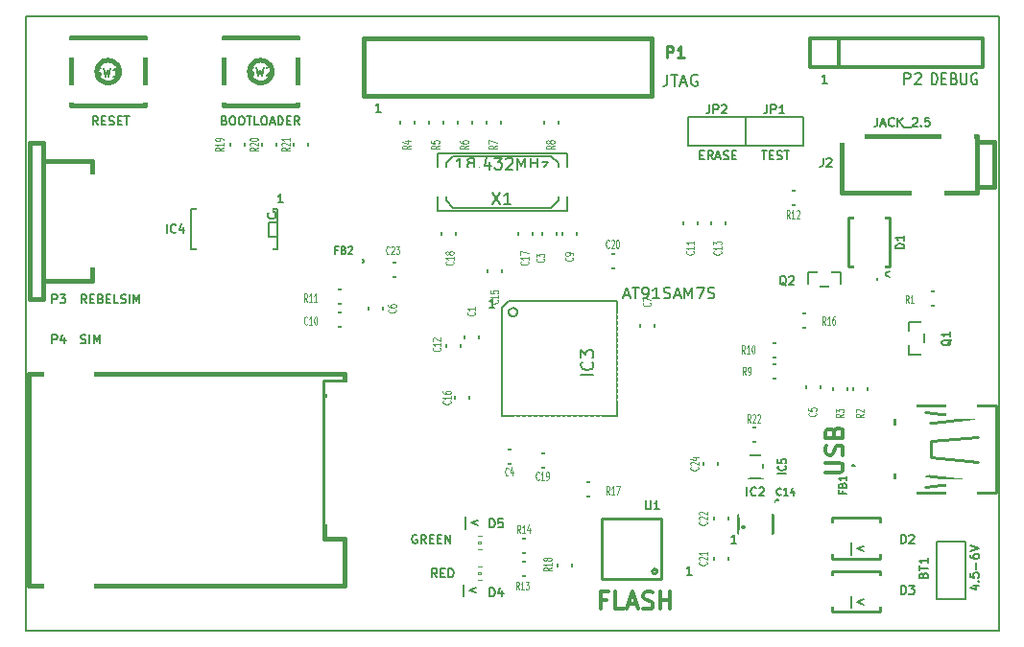
<source format=gto>
G04 (created by PCBNEW-RS274X (2011-05-25)-stable) date Wed 16 May 2012 19:41:43 CEST*
G01*
G70*
G90*
%MOIN*%
G04 Gerber Fmt 3.4, Leading zero omitted, Abs format*
%FSLAX34Y34*%
G04 APERTURE LIST*
%ADD10C,0.006000*%
%ADD11C,0.005900*%
%ADD12C,0.007500*%
%ADD13C,0.008000*%
%ADD14C,0.005000*%
%ADD15C,0.012000*%
%ADD16C,0.015000*%
%ADD17C,0.010000*%
%ADD18C,0.006500*%
%ADD19C,0.002600*%
%ADD20C,0.004000*%
%ADD21C,0.002000*%
%ADD22C,0.004500*%
%ADD23R,0.045000X0.065000*%
%ADD24R,0.065000X0.045000*%
%ADD25R,0.055000X0.075000*%
%ADD26R,0.075000X0.055000*%
%ADD27R,0.066000X0.015800*%
%ADD28O,0.066000X0.015800*%
%ADD29O,0.015800X0.066000*%
%ADD30R,0.080000X0.080000*%
%ADD31C,0.080000*%
%ADD32R,0.051500X0.055400*%
%ADD33R,0.055400X0.051500*%
%ADD34R,0.146000X0.059400*%
%ADD35C,0.055400*%
%ADD36R,0.098700X0.039700*%
%ADD37R,0.106600X0.118400*%
%ADD38R,0.110600X0.059400*%
%ADD39R,0.110600X0.039700*%
%ADD40R,0.177500X0.086900*%
%ADD41R,0.036000X0.094800*%
%ADD42R,0.040000X0.032000*%
%ADD43R,0.043600X0.063300*%
%ADD44R,0.110600X0.079800*%
%ADD45R,0.079800X0.110600*%
%ADD46R,0.057900X0.039700*%
%ADD47R,0.067200X0.067200*%
%ADD48R,0.114500X0.136100*%
%ADD49R,0.114500X0.124300*%
%ADD50C,0.059400*%
%ADD51R,0.236500X0.098700*%
%ADD52R,0.098700X0.043600*%
%ADD53R,0.185400X0.047600*%
G04 APERTURE END LIST*
G54D10*
G54D11*
X44015Y-44121D02*
X44015Y-43693D01*
X44458Y-43821D02*
X44229Y-43907D01*
X44458Y-43993D01*
X43115Y-55521D02*
X43115Y-55093D01*
X43558Y-55221D02*
X43329Y-55307D01*
X43558Y-55393D01*
X43115Y-53671D02*
X43115Y-53243D01*
X43558Y-53371D02*
X43329Y-53457D01*
X43558Y-53543D01*
X39136Y-53271D02*
X38965Y-53271D01*
X39050Y-53271D02*
X39050Y-52972D01*
X39022Y-53014D01*
X38993Y-53043D01*
X38965Y-53057D01*
X29665Y-55120D02*
X29665Y-54693D01*
X30107Y-54821D02*
X29879Y-54907D01*
X30107Y-54992D01*
X29715Y-52770D02*
X29715Y-52343D01*
X30157Y-52471D02*
X29929Y-52557D01*
X30157Y-52642D01*
X37586Y-54371D02*
X37414Y-54371D01*
X37500Y-54371D02*
X37500Y-54071D01*
X37471Y-54114D01*
X37443Y-54143D01*
X37414Y-54157D01*
G54D12*
X23386Y-41421D02*
X23214Y-41421D01*
X23300Y-41421D02*
X23300Y-41121D01*
X23271Y-41164D01*
X23243Y-41193D01*
X23214Y-41207D01*
X30736Y-45071D02*
X30564Y-45071D01*
X30650Y-45071D02*
X30650Y-44771D01*
X30621Y-44814D01*
X30593Y-44843D01*
X30564Y-44857D01*
X42286Y-37271D02*
X42114Y-37271D01*
X42200Y-37271D02*
X42200Y-36971D01*
X42171Y-37014D01*
X42143Y-37043D01*
X42114Y-37057D01*
G54D11*
X26786Y-38271D02*
X26614Y-38271D01*
X26700Y-38271D02*
X26700Y-37971D01*
X26671Y-38014D01*
X26643Y-38043D01*
X26614Y-38057D01*
G54D13*
X14450Y-56300D02*
X14450Y-34950D01*
X48250Y-56300D02*
X14450Y-56300D01*
X48250Y-34950D02*
X48250Y-56300D01*
X15250Y-34950D02*
X48250Y-34950D01*
X14450Y-34950D02*
X15250Y-34950D01*
G54D14*
X33537Y-51150D02*
X34437Y-51150D01*
X34437Y-51150D02*
X34437Y-51650D01*
X34437Y-51650D02*
X33537Y-51650D01*
X33537Y-51650D02*
X33537Y-51150D01*
X41945Y-45787D02*
X41045Y-45787D01*
X41045Y-45787D02*
X41045Y-45287D01*
X41045Y-45287D02*
X41945Y-45287D01*
X41945Y-45287D02*
X41945Y-45787D01*
X32200Y-53600D02*
X31300Y-53600D01*
X31300Y-53600D02*
X31300Y-53100D01*
X31300Y-53100D02*
X32200Y-53100D01*
X32200Y-53100D02*
X32200Y-53600D01*
X32200Y-54400D02*
X31300Y-54400D01*
X31300Y-54400D02*
X31300Y-53900D01*
X31300Y-53900D02*
X32200Y-53900D01*
X32200Y-53900D02*
X32200Y-54400D01*
X40692Y-41017D02*
X41592Y-41017D01*
X41592Y-41017D02*
X41592Y-41517D01*
X41592Y-41517D02*
X40692Y-41517D01*
X40692Y-41517D02*
X40692Y-41017D01*
X24900Y-44450D02*
X25800Y-44450D01*
X25800Y-44450D02*
X25800Y-44950D01*
X25800Y-44950D02*
X24900Y-44950D01*
X24900Y-44950D02*
X24900Y-44450D01*
X40000Y-46300D02*
X40900Y-46300D01*
X40900Y-46300D02*
X40900Y-46800D01*
X40900Y-46800D02*
X40000Y-46800D01*
X40000Y-46800D02*
X40000Y-46300D01*
X40000Y-47050D02*
X40900Y-47050D01*
X40900Y-47050D02*
X40900Y-47550D01*
X40900Y-47550D02*
X40000Y-47550D01*
X40000Y-47550D02*
X40000Y-47050D01*
X32950Y-38200D02*
X32950Y-39100D01*
X32950Y-39100D02*
X32450Y-39100D01*
X32450Y-39100D02*
X32450Y-38200D01*
X32450Y-38200D02*
X32950Y-38200D01*
X30950Y-38200D02*
X30950Y-39100D01*
X30950Y-39100D02*
X30450Y-39100D01*
X30450Y-39100D02*
X30450Y-38200D01*
X30450Y-38200D02*
X30950Y-38200D01*
X29950Y-38200D02*
X29950Y-39100D01*
X29950Y-39100D02*
X29450Y-39100D01*
X29450Y-39100D02*
X29450Y-38200D01*
X29450Y-38200D02*
X29950Y-38200D01*
X28950Y-38200D02*
X28950Y-39100D01*
X28950Y-39100D02*
X28450Y-39100D01*
X28450Y-39100D02*
X28450Y-38200D01*
X28450Y-38200D02*
X28950Y-38200D01*
X27950Y-38200D02*
X27950Y-39100D01*
X27950Y-39100D02*
X27450Y-39100D01*
X27450Y-39100D02*
X27450Y-38200D01*
X27450Y-38200D02*
X27950Y-38200D01*
X42500Y-48350D02*
X42500Y-47450D01*
X42500Y-47450D02*
X43000Y-47450D01*
X43000Y-47450D02*
X43000Y-48350D01*
X43000Y-48350D02*
X42500Y-48350D01*
X43200Y-48350D02*
X43200Y-47450D01*
X43200Y-47450D02*
X43700Y-47450D01*
X43700Y-47450D02*
X43700Y-48350D01*
X43700Y-48350D02*
X43200Y-48350D01*
X46400Y-45000D02*
X45500Y-45000D01*
X45500Y-45000D02*
X45500Y-44500D01*
X45500Y-44500D02*
X46400Y-44500D01*
X46400Y-44500D02*
X46400Y-45000D01*
X27701Y-44013D02*
X26801Y-44013D01*
X26801Y-44013D02*
X26801Y-43513D01*
X26801Y-43513D02*
X27701Y-43513D01*
X27701Y-43513D02*
X27701Y-44013D01*
X38850Y-51950D02*
X38850Y-52850D01*
X38850Y-52850D02*
X38350Y-52850D01*
X38350Y-52850D02*
X38350Y-51950D01*
X38350Y-51950D02*
X38850Y-51950D01*
X38350Y-54250D02*
X38350Y-53350D01*
X38350Y-53350D02*
X38850Y-53350D01*
X38850Y-53350D02*
X38850Y-54250D01*
X38850Y-54250D02*
X38350Y-54250D01*
X34400Y-43200D02*
X35300Y-43200D01*
X35300Y-43200D02*
X35300Y-43700D01*
X35300Y-43700D02*
X34400Y-43700D01*
X34400Y-43700D02*
X34400Y-43200D01*
X32875Y-50650D02*
X31975Y-50650D01*
X31975Y-50650D02*
X31975Y-50150D01*
X31975Y-50150D02*
X32875Y-50150D01*
X32875Y-50150D02*
X32875Y-50650D01*
X29400Y-42050D02*
X29400Y-42950D01*
X29400Y-42950D02*
X28900Y-42950D01*
X28900Y-42950D02*
X28900Y-42050D01*
X28900Y-42050D02*
X29400Y-42050D01*
X31550Y-42950D02*
X31550Y-42050D01*
X31550Y-42050D02*
X32050Y-42050D01*
X32050Y-42050D02*
X32050Y-42950D01*
X32050Y-42950D02*
X31550Y-42950D01*
X29850Y-47750D02*
X29850Y-48650D01*
X29850Y-48650D02*
X29350Y-48650D01*
X29350Y-48650D02*
X29350Y-47750D01*
X29350Y-47750D02*
X29850Y-47750D01*
X30500Y-44250D02*
X30500Y-43350D01*
X30500Y-43350D02*
X31000Y-43350D01*
X31000Y-43350D02*
X31000Y-44250D01*
X31000Y-44250D02*
X30500Y-44250D01*
X38250Y-42600D02*
X38250Y-41700D01*
X38250Y-41700D02*
X38750Y-41700D01*
X38750Y-41700D02*
X38750Y-42600D01*
X38750Y-42600D02*
X38250Y-42600D01*
X29050Y-46850D02*
X29050Y-45950D01*
X29050Y-45950D02*
X29550Y-45950D01*
X29550Y-45950D02*
X29550Y-46850D01*
X29550Y-46850D02*
X29050Y-46850D01*
X37300Y-42600D02*
X37300Y-41700D01*
X37300Y-41700D02*
X37800Y-41700D01*
X37800Y-41700D02*
X37800Y-42600D01*
X37800Y-42600D02*
X37300Y-42600D01*
X25800Y-45750D02*
X24900Y-45750D01*
X24900Y-45750D02*
X24900Y-45250D01*
X24900Y-45250D02*
X25800Y-45250D01*
X25800Y-45250D02*
X25800Y-45750D01*
X33100Y-42950D02*
X33100Y-42050D01*
X33100Y-42050D02*
X33600Y-42050D01*
X33600Y-42050D02*
X33600Y-42950D01*
X33600Y-42950D02*
X33100Y-42950D01*
X35800Y-46175D02*
X35800Y-45275D01*
X35800Y-45275D02*
X36300Y-45275D01*
X36300Y-45275D02*
X36300Y-46175D01*
X36300Y-46175D02*
X35800Y-46175D01*
X26350Y-45550D02*
X26350Y-44650D01*
X26350Y-44650D02*
X26850Y-44650D01*
X26850Y-44650D02*
X26850Y-45550D01*
X26850Y-45550D02*
X26350Y-45550D01*
X41550Y-48300D02*
X41550Y-47400D01*
X41550Y-47400D02*
X42050Y-47400D01*
X42050Y-47400D02*
X42050Y-48300D01*
X42050Y-48300D02*
X41550Y-48300D01*
X31700Y-50525D02*
X30800Y-50525D01*
X30800Y-50525D02*
X30800Y-50025D01*
X30800Y-50025D02*
X31700Y-50025D01*
X31700Y-50025D02*
X31700Y-50525D01*
X32397Y-42954D02*
X32397Y-42054D01*
X32397Y-42054D02*
X32897Y-42054D01*
X32897Y-42054D02*
X32897Y-42954D01*
X32897Y-42954D02*
X32397Y-42954D01*
X29700Y-46550D02*
X29700Y-45650D01*
X29700Y-45650D02*
X30200Y-45650D01*
X30200Y-45650D02*
X30200Y-46550D01*
X30200Y-46550D02*
X29700Y-46550D01*
X26195Y-43453D02*
X26194Y-43462D01*
X26191Y-43472D01*
X26186Y-43480D01*
X26180Y-43488D01*
X26172Y-43494D01*
X26164Y-43499D01*
X26155Y-43501D01*
X26145Y-43502D01*
X26136Y-43502D01*
X26127Y-43499D01*
X26118Y-43494D01*
X26111Y-43488D01*
X26104Y-43481D01*
X26100Y-43472D01*
X26097Y-43463D01*
X26096Y-43453D01*
X26096Y-43444D01*
X26099Y-43435D01*
X26103Y-43426D01*
X26110Y-43419D01*
X26117Y-43412D01*
X26125Y-43408D01*
X26135Y-43405D01*
X26144Y-43404D01*
X26153Y-43404D01*
X26163Y-43407D01*
X26171Y-43411D01*
X26179Y-43417D01*
X26185Y-43425D01*
X26190Y-43433D01*
X26193Y-43442D01*
X26194Y-43452D01*
X26195Y-43453D01*
X25695Y-43453D02*
X26095Y-43453D01*
X26095Y-43453D02*
X26095Y-44053D01*
X26095Y-44053D02*
X25695Y-44053D01*
X25295Y-44053D02*
X24895Y-44053D01*
X24895Y-44053D02*
X24895Y-43453D01*
X24895Y-43453D02*
X25295Y-43453D01*
X43250Y-50600D02*
X43249Y-50609D01*
X43246Y-50619D01*
X43241Y-50627D01*
X43235Y-50635D01*
X43227Y-50641D01*
X43219Y-50646D01*
X43210Y-50648D01*
X43200Y-50649D01*
X43191Y-50649D01*
X43182Y-50646D01*
X43173Y-50641D01*
X43166Y-50635D01*
X43159Y-50628D01*
X43155Y-50619D01*
X43152Y-50610D01*
X43151Y-50600D01*
X43151Y-50591D01*
X43154Y-50582D01*
X43158Y-50573D01*
X43165Y-50566D01*
X43172Y-50559D01*
X43180Y-50555D01*
X43190Y-50552D01*
X43199Y-50551D01*
X43208Y-50551D01*
X43218Y-50554D01*
X43226Y-50558D01*
X43234Y-50564D01*
X43240Y-50572D01*
X43245Y-50580D01*
X43248Y-50589D01*
X43249Y-50599D01*
X43250Y-50600D01*
X43200Y-51050D02*
X43200Y-50650D01*
X43200Y-50650D02*
X43800Y-50650D01*
X43800Y-50650D02*
X43800Y-51050D01*
X43800Y-51450D02*
X43800Y-51850D01*
X43800Y-51850D02*
X43200Y-51850D01*
X43200Y-51850D02*
X43200Y-51450D01*
G54D13*
X31532Y-45232D02*
X31529Y-45261D01*
X31520Y-45289D01*
X31506Y-45315D01*
X31488Y-45337D01*
X31465Y-45356D01*
X31440Y-45370D01*
X31412Y-45378D01*
X31383Y-45381D01*
X31354Y-45379D01*
X31326Y-45371D01*
X31300Y-45357D01*
X31278Y-45339D01*
X31259Y-45316D01*
X31245Y-45291D01*
X31236Y-45263D01*
X31233Y-45234D01*
X31235Y-45205D01*
X31243Y-45177D01*
X31256Y-45151D01*
X31275Y-45128D01*
X31297Y-45109D01*
X31322Y-45095D01*
X31350Y-45086D01*
X31379Y-45083D01*
X31408Y-45085D01*
X31436Y-45093D01*
X31462Y-45106D01*
X31485Y-45124D01*
X31504Y-45146D01*
X31519Y-45171D01*
X31528Y-45199D01*
X31531Y-45228D01*
X31532Y-45232D01*
X34982Y-48832D02*
X34982Y-44832D01*
X34982Y-44832D02*
X31232Y-44832D01*
X31232Y-44832D02*
X30982Y-45082D01*
X30982Y-45082D02*
X30982Y-48832D01*
X30982Y-48832D02*
X34982Y-48832D01*
G54D15*
X41700Y-36700D02*
X41700Y-35700D01*
X41700Y-35700D02*
X47700Y-35700D01*
X47700Y-35700D02*
X47700Y-36700D01*
X47700Y-36700D02*
X41700Y-36700D01*
X42700Y-36700D02*
X42700Y-35700D01*
G54D14*
X42771Y-43844D02*
X42771Y-44356D01*
X42771Y-44356D02*
X41629Y-44356D01*
X41629Y-44356D02*
X41629Y-43844D01*
X41629Y-43844D02*
X42771Y-43844D01*
X45144Y-45579D02*
X45656Y-45579D01*
X45656Y-45579D02*
X45656Y-46721D01*
X45656Y-46721D02*
X45144Y-46721D01*
X45144Y-46721D02*
X45144Y-45579D01*
G54D16*
X17694Y-36850D02*
X17686Y-36926D01*
X17664Y-37000D01*
X17628Y-37068D01*
X17579Y-37127D01*
X17520Y-37176D01*
X17452Y-37213D01*
X17379Y-37235D01*
X17302Y-37243D01*
X17227Y-37237D01*
X17153Y-37215D01*
X17085Y-37179D01*
X17025Y-37131D01*
X16975Y-37072D01*
X16938Y-37005D01*
X16915Y-36931D01*
X16907Y-36855D01*
X16913Y-36779D01*
X16934Y-36705D01*
X16969Y-36637D01*
X17017Y-36577D01*
X17076Y-36527D01*
X17143Y-36489D01*
X17216Y-36466D01*
X17292Y-36457D01*
X17368Y-36462D01*
X17442Y-36483D01*
X17511Y-36518D01*
X17571Y-36565D01*
X17621Y-36623D01*
X17659Y-36690D01*
X17684Y-36763D01*
X17693Y-36839D01*
X17694Y-36850D01*
X18580Y-35669D02*
X16020Y-35669D01*
X16020Y-35669D02*
X16020Y-38031D01*
X16020Y-38031D02*
X18580Y-38031D01*
X18580Y-38031D02*
X18580Y-35669D01*
X22994Y-36850D02*
X22986Y-36926D01*
X22964Y-37000D01*
X22928Y-37068D01*
X22879Y-37127D01*
X22820Y-37176D01*
X22752Y-37213D01*
X22679Y-37235D01*
X22602Y-37243D01*
X22527Y-37237D01*
X22453Y-37215D01*
X22385Y-37179D01*
X22325Y-37131D01*
X22275Y-37072D01*
X22238Y-37005D01*
X22215Y-36931D01*
X22207Y-36855D01*
X22213Y-36779D01*
X22234Y-36705D01*
X22269Y-36637D01*
X22317Y-36577D01*
X22376Y-36527D01*
X22443Y-36489D01*
X22516Y-36466D01*
X22592Y-36457D01*
X22668Y-36462D01*
X22742Y-36483D01*
X22811Y-36518D01*
X22871Y-36565D01*
X22921Y-36623D01*
X22959Y-36690D01*
X22984Y-36763D01*
X22993Y-36839D01*
X22994Y-36850D01*
X23880Y-35669D02*
X21320Y-35669D01*
X21320Y-35669D02*
X21320Y-38031D01*
X21320Y-38031D02*
X23880Y-38031D01*
X23880Y-38031D02*
X23880Y-35669D01*
G54D17*
X47540Y-50433D02*
X45886Y-50276D01*
X45886Y-50276D02*
X45886Y-49724D01*
X45886Y-49724D02*
X47540Y-49567D01*
X45689Y-49094D02*
X47382Y-48898D01*
X47382Y-48898D02*
X45689Y-48701D01*
X45689Y-51299D02*
X47382Y-51102D01*
X47382Y-51102D02*
X45689Y-50906D01*
X48170Y-51516D02*
X48170Y-48484D01*
X48170Y-48484D02*
X44626Y-48484D01*
X44626Y-48484D02*
X44626Y-51516D01*
X44626Y-51516D02*
X48170Y-51516D01*
G54D16*
X25541Y-53097D02*
X24824Y-53097D01*
X24824Y-53097D02*
X24824Y-47637D01*
X24824Y-47637D02*
X25541Y-47637D01*
X25541Y-47637D02*
X25541Y-47369D01*
X25541Y-47369D02*
X14576Y-47369D01*
X14576Y-47369D02*
X14576Y-51215D01*
X14576Y-51215D02*
X14576Y-54731D01*
X14576Y-54731D02*
X25541Y-54731D01*
X25541Y-54731D02*
X25541Y-53097D01*
G54D18*
X20200Y-43050D02*
X23200Y-43050D01*
X23200Y-41650D02*
X20200Y-41650D01*
X20200Y-43050D02*
X20200Y-41650D01*
G54D10*
X23200Y-41650D02*
X23200Y-43050D01*
G54D14*
X23141Y-41850D02*
X23138Y-41877D01*
X23130Y-41903D01*
X23117Y-41928D01*
X23100Y-41949D01*
X23078Y-41966D01*
X23054Y-41979D01*
X23028Y-41988D01*
X23000Y-41990D01*
X22974Y-41988D01*
X22948Y-41980D01*
X22923Y-41967D01*
X22902Y-41950D01*
X22884Y-41929D01*
X22871Y-41905D01*
X22863Y-41879D01*
X22860Y-41851D01*
X22862Y-41825D01*
X22869Y-41799D01*
X22882Y-41774D01*
X22899Y-41753D01*
X22920Y-41735D01*
X22944Y-41721D01*
X22970Y-41713D01*
X22998Y-41710D01*
X23024Y-41712D01*
X23050Y-41719D01*
X23075Y-41731D01*
X23097Y-41748D01*
X23115Y-41769D01*
X23128Y-41793D01*
X23137Y-41819D01*
X23140Y-41847D01*
X23141Y-41850D01*
X23200Y-42600D02*
X22900Y-42600D01*
X22900Y-42600D02*
X22900Y-42100D01*
X22900Y-42100D02*
X23200Y-42100D01*
X40200Y-49750D02*
X39300Y-49750D01*
X39300Y-49750D02*
X39300Y-49250D01*
X39300Y-49250D02*
X40200Y-49250D01*
X40200Y-49250D02*
X40200Y-49750D01*
X24250Y-38950D02*
X24250Y-39850D01*
X24250Y-39850D02*
X23750Y-39850D01*
X23750Y-39850D02*
X23750Y-38950D01*
X23750Y-38950D02*
X24250Y-38950D01*
X22650Y-39850D02*
X22650Y-38950D01*
X22650Y-38950D02*
X23150Y-38950D01*
X23150Y-38950D02*
X23150Y-39850D01*
X23150Y-39850D02*
X22650Y-39850D01*
X22050Y-38950D02*
X22050Y-39850D01*
X22050Y-39850D02*
X21550Y-39850D01*
X21550Y-39850D02*
X21550Y-38950D01*
X21550Y-38950D02*
X22050Y-38950D01*
X38500Y-50050D02*
X38500Y-50950D01*
X38500Y-50950D02*
X38000Y-50950D01*
X38000Y-50950D02*
X38000Y-50050D01*
X38000Y-50050D02*
X38500Y-50050D01*
G54D10*
X40050Y-51000D02*
X40050Y-50200D01*
X40050Y-50200D02*
X39550Y-50200D01*
X39550Y-50200D02*
X39550Y-51000D01*
X39550Y-51000D02*
X40050Y-51000D01*
G54D17*
X39394Y-52698D02*
X39393Y-52703D01*
X39391Y-52708D01*
X39389Y-52712D01*
X39386Y-52717D01*
X39382Y-52720D01*
X39377Y-52722D01*
X39372Y-52724D01*
X39367Y-52724D01*
X39362Y-52724D01*
X39357Y-52723D01*
X39353Y-52720D01*
X39349Y-52717D01*
X39345Y-52713D01*
X39343Y-52708D01*
X39341Y-52703D01*
X39341Y-52698D01*
X39341Y-52694D01*
X39342Y-52689D01*
X39345Y-52684D01*
X39348Y-52680D01*
X39352Y-52676D01*
X39357Y-52674D01*
X39362Y-52672D01*
X39367Y-52672D01*
X39371Y-52672D01*
X39376Y-52673D01*
X39381Y-52676D01*
X39385Y-52679D01*
X39389Y-52683D01*
X39391Y-52688D01*
X39393Y-52693D01*
X39393Y-52698D01*
X39394Y-52698D01*
X39209Y-52285D02*
X40391Y-52285D01*
X40391Y-52285D02*
X40391Y-52915D01*
X40391Y-52915D02*
X39209Y-52915D01*
X39209Y-52915D02*
X39209Y-52285D01*
X43041Y-43646D02*
X43041Y-41954D01*
X43041Y-41954D02*
X44459Y-41954D01*
X44459Y-41954D02*
X44459Y-43646D01*
X44459Y-43646D02*
X43041Y-43646D01*
G54D10*
X46100Y-53200D02*
X47100Y-53200D01*
X47100Y-53200D02*
X47100Y-55200D01*
X47100Y-55200D02*
X46100Y-55200D01*
X46100Y-55200D02*
X46100Y-53200D01*
G54D17*
X44146Y-53809D02*
X42454Y-53809D01*
X42454Y-53809D02*
X42454Y-52391D01*
X42454Y-52391D02*
X44146Y-52391D01*
X44146Y-52391D02*
X44146Y-53809D01*
X44146Y-55659D02*
X42454Y-55659D01*
X42454Y-55659D02*
X42454Y-54241D01*
X42454Y-54241D02*
X44146Y-54241D01*
X44146Y-54241D02*
X44146Y-55659D01*
X36366Y-54237D02*
X36364Y-54252D01*
X36360Y-54267D01*
X36352Y-54280D01*
X36343Y-54292D01*
X36331Y-54302D01*
X36317Y-54309D01*
X36302Y-54314D01*
X36287Y-54315D01*
X36273Y-54314D01*
X36258Y-54310D01*
X36244Y-54303D01*
X36232Y-54293D01*
X36222Y-54281D01*
X36215Y-54268D01*
X36210Y-54253D01*
X36209Y-54238D01*
X36210Y-54223D01*
X36214Y-54208D01*
X36221Y-54195D01*
X36231Y-54183D01*
X36242Y-54173D01*
X36256Y-54165D01*
X36271Y-54160D01*
X36286Y-54159D01*
X36300Y-54160D01*
X36315Y-54164D01*
X36329Y-54171D01*
X36341Y-54180D01*
X36351Y-54192D01*
X36359Y-54205D01*
X36364Y-54220D01*
X36365Y-54235D01*
X36366Y-54237D01*
X36543Y-52407D02*
X36543Y-54493D01*
X36543Y-54493D02*
X34457Y-54493D01*
X34457Y-54493D02*
X34457Y-52407D01*
X34457Y-52407D02*
X36543Y-52407D01*
G54D19*
X30054Y-53132D02*
X30054Y-53004D01*
X30054Y-53004D02*
X29857Y-53004D01*
X29857Y-53132D02*
X29857Y-53004D01*
X30054Y-53132D02*
X29857Y-53132D01*
X30054Y-53377D02*
X30054Y-53318D01*
X30054Y-53318D02*
X29955Y-53318D01*
X29955Y-53377D02*
X29955Y-53318D01*
X30054Y-53377D02*
X29955Y-53377D01*
X30054Y-53182D02*
X30054Y-53123D01*
X30054Y-53123D02*
X29955Y-53123D01*
X29955Y-53182D02*
X29955Y-53123D01*
X30054Y-53182D02*
X29955Y-53182D01*
X30054Y-53328D02*
X30054Y-53172D01*
X30054Y-53172D02*
X29985Y-53172D01*
X29985Y-53328D02*
X29985Y-53172D01*
X30054Y-53328D02*
X29985Y-53328D01*
X30643Y-53132D02*
X30643Y-53004D01*
X30643Y-53004D02*
X30446Y-53004D01*
X30446Y-53132D02*
X30446Y-53004D01*
X30643Y-53132D02*
X30446Y-53132D01*
X30643Y-53496D02*
X30643Y-53368D01*
X30643Y-53368D02*
X30446Y-53368D01*
X30446Y-53496D02*
X30446Y-53368D01*
X30643Y-53496D02*
X30446Y-53496D01*
X30545Y-53182D02*
X30545Y-53123D01*
X30545Y-53123D02*
X30446Y-53123D01*
X30446Y-53182D02*
X30446Y-53123D01*
X30545Y-53182D02*
X30446Y-53182D01*
X30545Y-53377D02*
X30545Y-53318D01*
X30545Y-53318D02*
X30446Y-53318D01*
X30446Y-53377D02*
X30446Y-53318D01*
X30545Y-53377D02*
X30446Y-53377D01*
X30515Y-53328D02*
X30515Y-53172D01*
X30515Y-53172D02*
X30446Y-53172D01*
X30446Y-53328D02*
X30446Y-53172D01*
X30515Y-53328D02*
X30446Y-53328D01*
X30250Y-53289D02*
X30250Y-53211D01*
X30250Y-53211D02*
X30172Y-53211D01*
X30172Y-53289D02*
X30172Y-53211D01*
X30250Y-53289D02*
X30172Y-53289D01*
X30054Y-53486D02*
X30054Y-53368D01*
X30054Y-53368D02*
X29936Y-53368D01*
X29936Y-53486D02*
X29936Y-53368D01*
X30054Y-53486D02*
X29936Y-53486D01*
X29886Y-53496D02*
X29886Y-53407D01*
X29886Y-53407D02*
X29857Y-53407D01*
X29857Y-53496D02*
X29857Y-53407D01*
X29886Y-53496D02*
X29857Y-53496D01*
G54D20*
X30044Y-53024D02*
X30456Y-53024D01*
X30446Y-53476D02*
X29886Y-53476D01*
G54D21*
X29944Y-53427D02*
X29943Y-53432D01*
X29941Y-53437D01*
X29939Y-53442D01*
X29935Y-53446D01*
X29931Y-53450D01*
X29926Y-53452D01*
X29921Y-53454D01*
X29916Y-53454D01*
X29911Y-53454D01*
X29906Y-53452D01*
X29901Y-53450D01*
X29897Y-53447D01*
X29893Y-53442D01*
X29891Y-53438D01*
X29889Y-53432D01*
X29889Y-53427D01*
X29889Y-53422D01*
X29890Y-53417D01*
X29893Y-53412D01*
X29896Y-53408D01*
X29901Y-53405D01*
X29905Y-53402D01*
X29910Y-53400D01*
X29916Y-53400D01*
X29920Y-53400D01*
X29926Y-53401D01*
X29931Y-53404D01*
X29935Y-53407D01*
X29938Y-53411D01*
X29941Y-53416D01*
X29943Y-53421D01*
X29943Y-53427D01*
X29944Y-53427D01*
G54D20*
X29857Y-53387D02*
X29868Y-53386D01*
X29880Y-53384D01*
X29892Y-53382D01*
X29903Y-53378D01*
X29914Y-53374D01*
X29925Y-53368D01*
X29935Y-53362D01*
X29945Y-53354D01*
X29953Y-53346D01*
X29961Y-53338D01*
X29969Y-53328D01*
X29975Y-53318D01*
X29981Y-53307D01*
X29985Y-53296D01*
X29989Y-53285D01*
X29991Y-53273D01*
X29993Y-53261D01*
X29994Y-53250D01*
X29993Y-53239D01*
X29991Y-53227D01*
X29989Y-53215D01*
X29985Y-53204D01*
X29981Y-53193D01*
X29975Y-53182D01*
X29969Y-53172D01*
X29961Y-53162D01*
X29953Y-53154D01*
X29945Y-53146D01*
X29935Y-53138D01*
X29925Y-53132D01*
X29914Y-53126D01*
X29903Y-53122D01*
X29892Y-53118D01*
X29880Y-53116D01*
X29868Y-53114D01*
X29857Y-53113D01*
X30643Y-53113D02*
X30632Y-53114D01*
X30620Y-53116D01*
X30608Y-53118D01*
X30597Y-53122D01*
X30586Y-53126D01*
X30575Y-53132D01*
X30565Y-53138D01*
X30555Y-53146D01*
X30547Y-53154D01*
X30539Y-53162D01*
X30531Y-53172D01*
X30525Y-53182D01*
X30519Y-53193D01*
X30515Y-53204D01*
X30511Y-53215D01*
X30509Y-53227D01*
X30507Y-53239D01*
X30506Y-53250D01*
X30507Y-53261D01*
X30509Y-53273D01*
X30511Y-53285D01*
X30515Y-53296D01*
X30519Y-53307D01*
X30525Y-53318D01*
X30531Y-53328D01*
X30539Y-53338D01*
X30547Y-53346D01*
X30555Y-53354D01*
X30565Y-53362D01*
X30575Y-53368D01*
X30586Y-53374D01*
X30597Y-53378D01*
X30608Y-53382D01*
X30620Y-53384D01*
X30632Y-53386D01*
X30643Y-53387D01*
G54D19*
X30054Y-54182D02*
X30054Y-54054D01*
X30054Y-54054D02*
X29857Y-54054D01*
X29857Y-54182D02*
X29857Y-54054D01*
X30054Y-54182D02*
X29857Y-54182D01*
X30054Y-54427D02*
X30054Y-54368D01*
X30054Y-54368D02*
X29955Y-54368D01*
X29955Y-54427D02*
X29955Y-54368D01*
X30054Y-54427D02*
X29955Y-54427D01*
X30054Y-54232D02*
X30054Y-54173D01*
X30054Y-54173D02*
X29955Y-54173D01*
X29955Y-54232D02*
X29955Y-54173D01*
X30054Y-54232D02*
X29955Y-54232D01*
X30054Y-54378D02*
X30054Y-54222D01*
X30054Y-54222D02*
X29985Y-54222D01*
X29985Y-54378D02*
X29985Y-54222D01*
X30054Y-54378D02*
X29985Y-54378D01*
X30643Y-54182D02*
X30643Y-54054D01*
X30643Y-54054D02*
X30446Y-54054D01*
X30446Y-54182D02*
X30446Y-54054D01*
X30643Y-54182D02*
X30446Y-54182D01*
X30643Y-54546D02*
X30643Y-54418D01*
X30643Y-54418D02*
X30446Y-54418D01*
X30446Y-54546D02*
X30446Y-54418D01*
X30643Y-54546D02*
X30446Y-54546D01*
X30545Y-54232D02*
X30545Y-54173D01*
X30545Y-54173D02*
X30446Y-54173D01*
X30446Y-54232D02*
X30446Y-54173D01*
X30545Y-54232D02*
X30446Y-54232D01*
X30545Y-54427D02*
X30545Y-54368D01*
X30545Y-54368D02*
X30446Y-54368D01*
X30446Y-54427D02*
X30446Y-54368D01*
X30545Y-54427D02*
X30446Y-54427D01*
X30515Y-54378D02*
X30515Y-54222D01*
X30515Y-54222D02*
X30446Y-54222D01*
X30446Y-54378D02*
X30446Y-54222D01*
X30515Y-54378D02*
X30446Y-54378D01*
X30250Y-54339D02*
X30250Y-54261D01*
X30250Y-54261D02*
X30172Y-54261D01*
X30172Y-54339D02*
X30172Y-54261D01*
X30250Y-54339D02*
X30172Y-54339D01*
X30054Y-54536D02*
X30054Y-54418D01*
X30054Y-54418D02*
X29936Y-54418D01*
X29936Y-54536D02*
X29936Y-54418D01*
X30054Y-54536D02*
X29936Y-54536D01*
X29886Y-54546D02*
X29886Y-54457D01*
X29886Y-54457D02*
X29857Y-54457D01*
X29857Y-54546D02*
X29857Y-54457D01*
X29886Y-54546D02*
X29857Y-54546D01*
G54D20*
X30044Y-54074D02*
X30456Y-54074D01*
X30446Y-54526D02*
X29886Y-54526D01*
G54D21*
X29944Y-54477D02*
X29943Y-54482D01*
X29941Y-54487D01*
X29939Y-54492D01*
X29935Y-54496D01*
X29931Y-54500D01*
X29926Y-54502D01*
X29921Y-54504D01*
X29916Y-54504D01*
X29911Y-54504D01*
X29906Y-54502D01*
X29901Y-54500D01*
X29897Y-54497D01*
X29893Y-54492D01*
X29891Y-54488D01*
X29889Y-54482D01*
X29889Y-54477D01*
X29889Y-54472D01*
X29890Y-54467D01*
X29893Y-54462D01*
X29896Y-54458D01*
X29901Y-54455D01*
X29905Y-54452D01*
X29910Y-54450D01*
X29916Y-54450D01*
X29920Y-54450D01*
X29926Y-54451D01*
X29931Y-54454D01*
X29935Y-54457D01*
X29938Y-54461D01*
X29941Y-54466D01*
X29943Y-54471D01*
X29943Y-54477D01*
X29944Y-54477D01*
G54D20*
X29857Y-54437D02*
X29868Y-54436D01*
X29880Y-54434D01*
X29892Y-54432D01*
X29903Y-54428D01*
X29914Y-54424D01*
X29925Y-54418D01*
X29935Y-54412D01*
X29945Y-54404D01*
X29953Y-54396D01*
X29961Y-54388D01*
X29969Y-54378D01*
X29975Y-54368D01*
X29981Y-54357D01*
X29985Y-54346D01*
X29989Y-54335D01*
X29991Y-54323D01*
X29993Y-54311D01*
X29994Y-54300D01*
X29993Y-54289D01*
X29991Y-54277D01*
X29989Y-54265D01*
X29985Y-54254D01*
X29981Y-54243D01*
X29975Y-54232D01*
X29969Y-54222D01*
X29961Y-54212D01*
X29953Y-54204D01*
X29945Y-54196D01*
X29935Y-54188D01*
X29925Y-54182D01*
X29914Y-54176D01*
X29903Y-54172D01*
X29892Y-54168D01*
X29880Y-54166D01*
X29868Y-54164D01*
X29857Y-54163D01*
X30643Y-54163D02*
X30632Y-54164D01*
X30620Y-54166D01*
X30608Y-54168D01*
X30597Y-54172D01*
X30586Y-54176D01*
X30575Y-54182D01*
X30565Y-54188D01*
X30555Y-54196D01*
X30547Y-54204D01*
X30539Y-54212D01*
X30531Y-54222D01*
X30525Y-54232D01*
X30519Y-54243D01*
X30515Y-54254D01*
X30511Y-54265D01*
X30509Y-54277D01*
X30507Y-54289D01*
X30506Y-54300D01*
X30507Y-54311D01*
X30509Y-54323D01*
X30511Y-54335D01*
X30515Y-54346D01*
X30519Y-54357D01*
X30525Y-54368D01*
X30531Y-54378D01*
X30539Y-54388D01*
X30547Y-54396D01*
X30555Y-54404D01*
X30565Y-54412D01*
X30575Y-54418D01*
X30586Y-54424D01*
X30597Y-54428D01*
X30608Y-54432D01*
X30620Y-54434D01*
X30632Y-54436D01*
X30643Y-54437D01*
G54D16*
X36200Y-37700D02*
X26200Y-37700D01*
X36200Y-35700D02*
X26200Y-35700D01*
X26200Y-35700D02*
X26200Y-37700D01*
X36202Y-37700D02*
X36202Y-35700D01*
G54D10*
X37450Y-39450D02*
X37450Y-38450D01*
X37450Y-38450D02*
X39450Y-38450D01*
X39450Y-38450D02*
X39450Y-39450D01*
X39450Y-39450D02*
X37450Y-39450D01*
X39450Y-39450D02*
X39450Y-38450D01*
X39450Y-38450D02*
X41450Y-38450D01*
X41450Y-38450D02*
X41450Y-39450D01*
X41450Y-39450D02*
X39450Y-39450D01*
G54D16*
X47512Y-40887D02*
X48103Y-40887D01*
X48103Y-40887D02*
X48103Y-39313D01*
X48103Y-39313D02*
X47512Y-39313D01*
X47512Y-41084D02*
X42788Y-41084D01*
X42788Y-41084D02*
X42788Y-39116D01*
X42788Y-39116D02*
X47512Y-39116D01*
X47512Y-39116D02*
X47512Y-41084D01*
G54D13*
X32950Y-41350D02*
X32950Y-40050D01*
X32950Y-40050D02*
X32700Y-39800D01*
X32700Y-39800D02*
X29300Y-39800D01*
X29300Y-39800D02*
X29050Y-40050D01*
X29050Y-40050D02*
X29050Y-41350D01*
X29050Y-41350D02*
X29300Y-41600D01*
X29300Y-41600D02*
X32700Y-41600D01*
X32700Y-41600D02*
X32950Y-41350D01*
X28750Y-41700D02*
X28750Y-39700D01*
X28750Y-39700D02*
X33250Y-39700D01*
X33250Y-39700D02*
X33250Y-41700D01*
X33250Y-41700D02*
X28750Y-41700D01*
G54D14*
X33428Y-53586D02*
X33428Y-54486D01*
X33428Y-54486D02*
X32928Y-54486D01*
X32928Y-54486D02*
X32928Y-53586D01*
X32928Y-53586D02*
X33428Y-53586D01*
G54D16*
X15057Y-39963D02*
X16750Y-39963D01*
X16750Y-39963D02*
X16750Y-44137D01*
X16750Y-44137D02*
X15057Y-44137D01*
X14585Y-39333D02*
X15057Y-39333D01*
X14585Y-44767D02*
X15057Y-44767D01*
X14585Y-39333D02*
X14585Y-44767D01*
X15057Y-44767D02*
X15057Y-39333D01*
G54D14*
X40600Y-51800D02*
X40599Y-51809D01*
X40596Y-51819D01*
X40591Y-51827D01*
X40585Y-51835D01*
X40577Y-51841D01*
X40569Y-51846D01*
X40560Y-51848D01*
X40550Y-51849D01*
X40541Y-51849D01*
X40532Y-51846D01*
X40523Y-51841D01*
X40516Y-51835D01*
X40509Y-51828D01*
X40505Y-51819D01*
X40502Y-51810D01*
X40501Y-51800D01*
X40501Y-51791D01*
X40504Y-51782D01*
X40508Y-51773D01*
X40515Y-51766D01*
X40522Y-51759D01*
X40530Y-51755D01*
X40540Y-51752D01*
X40549Y-51751D01*
X40558Y-51751D01*
X40568Y-51754D01*
X40576Y-51758D01*
X40584Y-51764D01*
X40590Y-51772D01*
X40595Y-51780D01*
X40598Y-51789D01*
X40599Y-51799D01*
X40600Y-51800D01*
X40550Y-52250D02*
X40550Y-51850D01*
X40550Y-51850D02*
X41150Y-51850D01*
X41150Y-51850D02*
X41150Y-52250D01*
X41150Y-52650D02*
X41150Y-53050D01*
X41150Y-53050D02*
X40550Y-53050D01*
X40550Y-53050D02*
X40550Y-52650D01*
G54D22*
X34735Y-51563D02*
X34675Y-51430D01*
X34632Y-51563D02*
X34632Y-51283D01*
X34700Y-51283D01*
X34718Y-51297D01*
X34726Y-51310D01*
X34735Y-51337D01*
X34735Y-51377D01*
X34726Y-51403D01*
X34718Y-51417D01*
X34700Y-51430D01*
X34632Y-51430D01*
X34906Y-51563D02*
X34803Y-51563D01*
X34855Y-51563D02*
X34855Y-51283D01*
X34838Y-51323D01*
X34820Y-51350D01*
X34803Y-51363D01*
X34966Y-51283D02*
X35086Y-51283D01*
X35009Y-51563D01*
X42235Y-45663D02*
X42175Y-45530D01*
X42132Y-45663D02*
X42132Y-45383D01*
X42200Y-45383D01*
X42218Y-45397D01*
X42226Y-45410D01*
X42235Y-45437D01*
X42235Y-45477D01*
X42226Y-45503D01*
X42218Y-45517D01*
X42200Y-45530D01*
X42132Y-45530D01*
X42406Y-45663D02*
X42303Y-45663D01*
X42355Y-45663D02*
X42355Y-45383D01*
X42338Y-45423D01*
X42320Y-45450D01*
X42303Y-45463D01*
X42560Y-45383D02*
X42526Y-45383D01*
X42509Y-45397D01*
X42500Y-45410D01*
X42483Y-45450D01*
X42474Y-45503D01*
X42474Y-45610D01*
X42483Y-45637D01*
X42491Y-45650D01*
X42509Y-45663D01*
X42543Y-45663D01*
X42560Y-45650D01*
X42569Y-45637D01*
X42577Y-45610D01*
X42577Y-45543D01*
X42569Y-45517D01*
X42560Y-45503D01*
X42543Y-45490D01*
X42509Y-45490D01*
X42491Y-45503D01*
X42483Y-45517D01*
X42474Y-45543D01*
X31635Y-52913D02*
X31575Y-52780D01*
X31532Y-52913D02*
X31532Y-52633D01*
X31600Y-52633D01*
X31618Y-52647D01*
X31626Y-52660D01*
X31635Y-52687D01*
X31635Y-52727D01*
X31626Y-52753D01*
X31618Y-52767D01*
X31600Y-52780D01*
X31532Y-52780D01*
X31806Y-52913D02*
X31703Y-52913D01*
X31755Y-52913D02*
X31755Y-52633D01*
X31738Y-52673D01*
X31720Y-52700D01*
X31703Y-52713D01*
X31960Y-52727D02*
X31960Y-52913D01*
X31917Y-52620D02*
X31874Y-52820D01*
X31986Y-52820D01*
X31585Y-54882D02*
X31525Y-54749D01*
X31482Y-54882D02*
X31482Y-54602D01*
X31550Y-54602D01*
X31568Y-54616D01*
X31576Y-54629D01*
X31585Y-54656D01*
X31585Y-54696D01*
X31576Y-54722D01*
X31568Y-54736D01*
X31550Y-54749D01*
X31482Y-54749D01*
X31756Y-54882D02*
X31653Y-54882D01*
X31705Y-54882D02*
X31705Y-54602D01*
X31688Y-54642D01*
X31670Y-54669D01*
X31653Y-54682D01*
X31816Y-54602D02*
X31927Y-54602D01*
X31867Y-54709D01*
X31893Y-54709D01*
X31910Y-54722D01*
X31919Y-54736D01*
X31927Y-54762D01*
X31927Y-54829D01*
X31919Y-54856D01*
X31910Y-54869D01*
X31893Y-54882D01*
X31841Y-54882D01*
X31824Y-54869D01*
X31816Y-54856D01*
X40985Y-41963D02*
X40925Y-41830D01*
X40882Y-41963D02*
X40882Y-41683D01*
X40950Y-41683D01*
X40968Y-41697D01*
X40976Y-41710D01*
X40985Y-41737D01*
X40985Y-41777D01*
X40976Y-41803D01*
X40968Y-41817D01*
X40950Y-41830D01*
X40882Y-41830D01*
X41156Y-41963D02*
X41053Y-41963D01*
X41105Y-41963D02*
X41105Y-41683D01*
X41088Y-41723D01*
X41070Y-41750D01*
X41053Y-41763D01*
X41224Y-41710D02*
X41233Y-41697D01*
X41250Y-41683D01*
X41293Y-41683D01*
X41310Y-41697D01*
X41319Y-41710D01*
X41327Y-41737D01*
X41327Y-41763D01*
X41319Y-41803D01*
X41216Y-41963D01*
X41327Y-41963D01*
X24235Y-44863D02*
X24175Y-44730D01*
X24132Y-44863D02*
X24132Y-44583D01*
X24200Y-44583D01*
X24218Y-44597D01*
X24226Y-44610D01*
X24235Y-44637D01*
X24235Y-44677D01*
X24226Y-44703D01*
X24218Y-44717D01*
X24200Y-44730D01*
X24132Y-44730D01*
X24406Y-44863D02*
X24303Y-44863D01*
X24355Y-44863D02*
X24355Y-44583D01*
X24338Y-44623D01*
X24320Y-44650D01*
X24303Y-44663D01*
X24577Y-44863D02*
X24474Y-44863D01*
X24526Y-44863D02*
X24526Y-44583D01*
X24509Y-44623D01*
X24491Y-44650D01*
X24474Y-44663D01*
X39435Y-46663D02*
X39375Y-46530D01*
X39332Y-46663D02*
X39332Y-46383D01*
X39400Y-46383D01*
X39418Y-46397D01*
X39426Y-46410D01*
X39435Y-46437D01*
X39435Y-46477D01*
X39426Y-46503D01*
X39418Y-46517D01*
X39400Y-46530D01*
X39332Y-46530D01*
X39606Y-46663D02*
X39503Y-46663D01*
X39555Y-46663D02*
X39555Y-46383D01*
X39538Y-46423D01*
X39520Y-46450D01*
X39503Y-46463D01*
X39717Y-46383D02*
X39734Y-46383D01*
X39751Y-46397D01*
X39760Y-46410D01*
X39769Y-46437D01*
X39777Y-46490D01*
X39777Y-46557D01*
X39769Y-46610D01*
X39760Y-46637D01*
X39751Y-46650D01*
X39734Y-46663D01*
X39717Y-46663D01*
X39700Y-46650D01*
X39691Y-46637D01*
X39683Y-46610D01*
X39674Y-46557D01*
X39674Y-46490D01*
X39683Y-46437D01*
X39691Y-46410D01*
X39700Y-46397D01*
X39717Y-46383D01*
X39471Y-47413D02*
X39411Y-47280D01*
X39368Y-47413D02*
X39368Y-47133D01*
X39436Y-47133D01*
X39454Y-47147D01*
X39462Y-47160D01*
X39471Y-47187D01*
X39471Y-47227D01*
X39462Y-47253D01*
X39454Y-47267D01*
X39436Y-47280D01*
X39368Y-47280D01*
X39556Y-47413D02*
X39591Y-47413D01*
X39608Y-47400D01*
X39616Y-47387D01*
X39634Y-47347D01*
X39642Y-47293D01*
X39642Y-47187D01*
X39634Y-47160D01*
X39625Y-47147D01*
X39608Y-47133D01*
X39574Y-47133D01*
X39556Y-47147D01*
X39548Y-47160D01*
X39539Y-47187D01*
X39539Y-47253D01*
X39548Y-47280D01*
X39556Y-47293D01*
X39574Y-47307D01*
X39608Y-47307D01*
X39625Y-47293D01*
X39634Y-47280D01*
X39642Y-47253D01*
X32813Y-39429D02*
X32680Y-39489D01*
X32813Y-39532D02*
X32533Y-39532D01*
X32533Y-39464D01*
X32547Y-39446D01*
X32560Y-39438D01*
X32587Y-39429D01*
X32627Y-39429D01*
X32653Y-39438D01*
X32667Y-39446D01*
X32680Y-39464D01*
X32680Y-39532D01*
X32653Y-39326D02*
X32640Y-39344D01*
X32627Y-39352D01*
X32600Y-39361D01*
X32587Y-39361D01*
X32560Y-39352D01*
X32547Y-39344D01*
X32533Y-39326D01*
X32533Y-39292D01*
X32547Y-39275D01*
X32560Y-39266D01*
X32587Y-39258D01*
X32600Y-39258D01*
X32627Y-39266D01*
X32640Y-39275D01*
X32653Y-39292D01*
X32653Y-39326D01*
X32667Y-39344D01*
X32680Y-39352D01*
X32707Y-39361D01*
X32760Y-39361D01*
X32787Y-39352D01*
X32800Y-39344D01*
X32813Y-39326D01*
X32813Y-39292D01*
X32800Y-39275D01*
X32787Y-39266D01*
X32760Y-39258D01*
X32707Y-39258D01*
X32680Y-39266D01*
X32667Y-39275D01*
X32653Y-39292D01*
X30813Y-39429D02*
X30680Y-39489D01*
X30813Y-39532D02*
X30533Y-39532D01*
X30533Y-39464D01*
X30547Y-39446D01*
X30560Y-39438D01*
X30587Y-39429D01*
X30627Y-39429D01*
X30653Y-39438D01*
X30667Y-39446D01*
X30680Y-39464D01*
X30680Y-39532D01*
X30533Y-39369D02*
X30533Y-39249D01*
X30813Y-39326D01*
X29813Y-39429D02*
X29680Y-39489D01*
X29813Y-39532D02*
X29533Y-39532D01*
X29533Y-39464D01*
X29547Y-39446D01*
X29560Y-39438D01*
X29587Y-39429D01*
X29627Y-39429D01*
X29653Y-39438D01*
X29667Y-39446D01*
X29680Y-39464D01*
X29680Y-39532D01*
X29533Y-39275D02*
X29533Y-39309D01*
X29547Y-39326D01*
X29560Y-39335D01*
X29600Y-39352D01*
X29653Y-39361D01*
X29760Y-39361D01*
X29787Y-39352D01*
X29800Y-39344D01*
X29813Y-39326D01*
X29813Y-39292D01*
X29800Y-39275D01*
X29787Y-39266D01*
X29760Y-39258D01*
X29693Y-39258D01*
X29667Y-39266D01*
X29653Y-39275D01*
X29640Y-39292D01*
X29640Y-39326D01*
X29653Y-39344D01*
X29667Y-39352D01*
X29693Y-39361D01*
X28813Y-39429D02*
X28680Y-39489D01*
X28813Y-39532D02*
X28533Y-39532D01*
X28533Y-39464D01*
X28547Y-39446D01*
X28560Y-39438D01*
X28587Y-39429D01*
X28627Y-39429D01*
X28653Y-39438D01*
X28667Y-39446D01*
X28680Y-39464D01*
X28680Y-39532D01*
X28533Y-39266D02*
X28533Y-39352D01*
X28667Y-39361D01*
X28653Y-39352D01*
X28640Y-39335D01*
X28640Y-39292D01*
X28653Y-39275D01*
X28667Y-39266D01*
X28693Y-39258D01*
X28760Y-39258D01*
X28787Y-39266D01*
X28800Y-39275D01*
X28813Y-39292D01*
X28813Y-39335D01*
X28800Y-39352D01*
X28787Y-39361D01*
X27813Y-39429D02*
X27680Y-39489D01*
X27813Y-39532D02*
X27533Y-39532D01*
X27533Y-39464D01*
X27547Y-39446D01*
X27560Y-39438D01*
X27587Y-39429D01*
X27627Y-39429D01*
X27653Y-39438D01*
X27667Y-39446D01*
X27680Y-39464D01*
X27680Y-39532D01*
X27627Y-39275D02*
X27813Y-39275D01*
X27520Y-39318D02*
X27720Y-39361D01*
X27720Y-39249D01*
X42863Y-48779D02*
X42730Y-48839D01*
X42863Y-48882D02*
X42583Y-48882D01*
X42583Y-48814D01*
X42597Y-48796D01*
X42610Y-48788D01*
X42637Y-48779D01*
X42677Y-48779D01*
X42703Y-48788D01*
X42717Y-48796D01*
X42730Y-48814D01*
X42730Y-48882D01*
X42583Y-48719D02*
X42583Y-48608D01*
X42690Y-48668D01*
X42690Y-48642D01*
X42703Y-48625D01*
X42717Y-48616D01*
X42743Y-48608D01*
X42810Y-48608D01*
X42837Y-48616D01*
X42850Y-48625D01*
X42863Y-48642D01*
X42863Y-48694D01*
X42850Y-48711D01*
X42837Y-48719D01*
X43563Y-48779D02*
X43430Y-48839D01*
X43563Y-48882D02*
X43283Y-48882D01*
X43283Y-48814D01*
X43297Y-48796D01*
X43310Y-48788D01*
X43337Y-48779D01*
X43377Y-48779D01*
X43403Y-48788D01*
X43417Y-48796D01*
X43430Y-48814D01*
X43430Y-48882D01*
X43310Y-48711D02*
X43297Y-48702D01*
X43283Y-48685D01*
X43283Y-48642D01*
X43297Y-48625D01*
X43310Y-48616D01*
X43337Y-48608D01*
X43363Y-48608D01*
X43403Y-48616D01*
X43563Y-48719D01*
X43563Y-48608D01*
X45121Y-44913D02*
X45061Y-44780D01*
X45018Y-44913D02*
X45018Y-44633D01*
X45086Y-44633D01*
X45104Y-44647D01*
X45112Y-44660D01*
X45121Y-44687D01*
X45121Y-44727D01*
X45112Y-44753D01*
X45104Y-44767D01*
X45086Y-44780D01*
X45018Y-44780D01*
X45292Y-44913D02*
X45189Y-44913D01*
X45241Y-44913D02*
X45241Y-44633D01*
X45224Y-44673D01*
X45206Y-44700D01*
X45189Y-44713D01*
X27085Y-43187D02*
X27076Y-43200D01*
X27050Y-43213D01*
X27033Y-43213D01*
X27008Y-43200D01*
X26990Y-43173D01*
X26982Y-43147D01*
X26973Y-43093D01*
X26973Y-43053D01*
X26982Y-43000D01*
X26990Y-42973D01*
X27008Y-42947D01*
X27033Y-42933D01*
X27050Y-42933D01*
X27076Y-42947D01*
X27085Y-42960D01*
X27153Y-42960D02*
X27162Y-42947D01*
X27179Y-42933D01*
X27222Y-42933D01*
X27239Y-42947D01*
X27248Y-42960D01*
X27256Y-42987D01*
X27256Y-43013D01*
X27248Y-43053D01*
X27145Y-43213D01*
X27256Y-43213D01*
X27316Y-42933D02*
X27427Y-42933D01*
X27367Y-43040D01*
X27393Y-43040D01*
X27410Y-43053D01*
X27419Y-43067D01*
X27427Y-43093D01*
X27427Y-43160D01*
X27419Y-43187D01*
X27410Y-43200D01*
X27393Y-43213D01*
X27341Y-43213D01*
X27324Y-43200D01*
X27316Y-43187D01*
X38087Y-52515D02*
X38100Y-52524D01*
X38113Y-52550D01*
X38113Y-52567D01*
X38100Y-52592D01*
X38073Y-52610D01*
X38047Y-52618D01*
X37993Y-52627D01*
X37953Y-52627D01*
X37900Y-52618D01*
X37873Y-52610D01*
X37847Y-52592D01*
X37833Y-52567D01*
X37833Y-52550D01*
X37847Y-52524D01*
X37860Y-52515D01*
X37860Y-52447D02*
X37847Y-52438D01*
X37833Y-52421D01*
X37833Y-52378D01*
X37847Y-52361D01*
X37860Y-52352D01*
X37887Y-52344D01*
X37913Y-52344D01*
X37953Y-52352D01*
X38113Y-52455D01*
X38113Y-52344D01*
X37860Y-52276D02*
X37847Y-52267D01*
X37833Y-52250D01*
X37833Y-52207D01*
X37847Y-52190D01*
X37860Y-52181D01*
X37887Y-52173D01*
X37913Y-52173D01*
X37953Y-52181D01*
X38113Y-52284D01*
X38113Y-52173D01*
X38087Y-53915D02*
X38100Y-53924D01*
X38113Y-53950D01*
X38113Y-53967D01*
X38100Y-53992D01*
X38073Y-54010D01*
X38047Y-54018D01*
X37993Y-54027D01*
X37953Y-54027D01*
X37900Y-54018D01*
X37873Y-54010D01*
X37847Y-53992D01*
X37833Y-53967D01*
X37833Y-53950D01*
X37847Y-53924D01*
X37860Y-53915D01*
X37860Y-53847D02*
X37847Y-53838D01*
X37833Y-53821D01*
X37833Y-53778D01*
X37847Y-53761D01*
X37860Y-53752D01*
X37887Y-53744D01*
X37913Y-53744D01*
X37953Y-53752D01*
X38113Y-53855D01*
X38113Y-53744D01*
X38113Y-53573D02*
X38113Y-53676D01*
X38113Y-53624D02*
X37833Y-53624D01*
X37873Y-53641D01*
X37900Y-53659D01*
X37913Y-53676D01*
X34720Y-42972D02*
X34711Y-42985D01*
X34685Y-42998D01*
X34668Y-42998D01*
X34643Y-42985D01*
X34625Y-42958D01*
X34617Y-42932D01*
X34608Y-42878D01*
X34608Y-42838D01*
X34617Y-42785D01*
X34625Y-42758D01*
X34643Y-42732D01*
X34668Y-42718D01*
X34685Y-42718D01*
X34711Y-42732D01*
X34720Y-42745D01*
X34788Y-42745D02*
X34797Y-42732D01*
X34814Y-42718D01*
X34857Y-42718D01*
X34874Y-42732D01*
X34883Y-42745D01*
X34891Y-42772D01*
X34891Y-42798D01*
X34883Y-42838D01*
X34780Y-42998D01*
X34891Y-42998D01*
X35002Y-42718D02*
X35019Y-42718D01*
X35036Y-42732D01*
X35045Y-42745D01*
X35054Y-42772D01*
X35062Y-42825D01*
X35062Y-42892D01*
X35054Y-42945D01*
X35045Y-42972D01*
X35036Y-42985D01*
X35019Y-42998D01*
X35002Y-42998D01*
X34985Y-42985D01*
X34976Y-42972D01*
X34968Y-42945D01*
X34959Y-42892D01*
X34959Y-42825D01*
X34968Y-42772D01*
X34976Y-42745D01*
X34985Y-42732D01*
X35002Y-42718D01*
X32285Y-51037D02*
X32276Y-51050D01*
X32250Y-51063D01*
X32233Y-51063D01*
X32208Y-51050D01*
X32190Y-51023D01*
X32182Y-50997D01*
X32173Y-50943D01*
X32173Y-50903D01*
X32182Y-50850D01*
X32190Y-50823D01*
X32208Y-50797D01*
X32233Y-50783D01*
X32250Y-50783D01*
X32276Y-50797D01*
X32285Y-50810D01*
X32456Y-51063D02*
X32353Y-51063D01*
X32405Y-51063D02*
X32405Y-50783D01*
X32388Y-50823D01*
X32370Y-50850D01*
X32353Y-50863D01*
X32541Y-51063D02*
X32576Y-51063D01*
X32593Y-51050D01*
X32601Y-51037D01*
X32619Y-50997D01*
X32627Y-50943D01*
X32627Y-50837D01*
X32619Y-50810D01*
X32610Y-50797D01*
X32593Y-50783D01*
X32559Y-50783D01*
X32541Y-50797D01*
X32533Y-50810D01*
X32524Y-50837D01*
X32524Y-50903D01*
X32533Y-50930D01*
X32541Y-50943D01*
X32559Y-50957D01*
X32593Y-50957D01*
X32610Y-50943D01*
X32619Y-50930D01*
X32627Y-50903D01*
X29287Y-43465D02*
X29300Y-43474D01*
X29313Y-43500D01*
X29313Y-43517D01*
X29300Y-43542D01*
X29273Y-43560D01*
X29247Y-43568D01*
X29193Y-43577D01*
X29153Y-43577D01*
X29100Y-43568D01*
X29073Y-43560D01*
X29047Y-43542D01*
X29033Y-43517D01*
X29033Y-43500D01*
X29047Y-43474D01*
X29060Y-43465D01*
X29313Y-43294D02*
X29313Y-43397D01*
X29313Y-43345D02*
X29033Y-43345D01*
X29073Y-43362D01*
X29100Y-43380D01*
X29113Y-43397D01*
X29153Y-43191D02*
X29140Y-43209D01*
X29127Y-43217D01*
X29100Y-43226D01*
X29087Y-43226D01*
X29060Y-43217D01*
X29047Y-43209D01*
X29033Y-43191D01*
X29033Y-43157D01*
X29047Y-43140D01*
X29060Y-43131D01*
X29087Y-43123D01*
X29100Y-43123D01*
X29127Y-43131D01*
X29140Y-43140D01*
X29153Y-43157D01*
X29153Y-43191D01*
X29167Y-43209D01*
X29180Y-43217D01*
X29207Y-43226D01*
X29260Y-43226D01*
X29287Y-43217D01*
X29300Y-43209D01*
X29313Y-43191D01*
X29313Y-43157D01*
X29300Y-43140D01*
X29287Y-43131D01*
X29260Y-43123D01*
X29207Y-43123D01*
X29180Y-43131D01*
X29167Y-43140D01*
X29153Y-43157D01*
X31887Y-43465D02*
X31900Y-43474D01*
X31913Y-43500D01*
X31913Y-43517D01*
X31900Y-43542D01*
X31873Y-43560D01*
X31847Y-43568D01*
X31793Y-43577D01*
X31753Y-43577D01*
X31700Y-43568D01*
X31673Y-43560D01*
X31647Y-43542D01*
X31633Y-43517D01*
X31633Y-43500D01*
X31647Y-43474D01*
X31660Y-43465D01*
X31913Y-43294D02*
X31913Y-43397D01*
X31913Y-43345D02*
X31633Y-43345D01*
X31673Y-43362D01*
X31700Y-43380D01*
X31713Y-43397D01*
X31633Y-43234D02*
X31633Y-43114D01*
X31913Y-43191D01*
X29187Y-48315D02*
X29200Y-48324D01*
X29213Y-48350D01*
X29213Y-48367D01*
X29200Y-48392D01*
X29173Y-48410D01*
X29147Y-48418D01*
X29093Y-48427D01*
X29053Y-48427D01*
X29000Y-48418D01*
X28973Y-48410D01*
X28947Y-48392D01*
X28933Y-48367D01*
X28933Y-48350D01*
X28947Y-48324D01*
X28960Y-48315D01*
X29213Y-48144D02*
X29213Y-48247D01*
X29213Y-48195D02*
X28933Y-48195D01*
X28973Y-48212D01*
X29000Y-48230D01*
X29013Y-48247D01*
X28933Y-47990D02*
X28933Y-48024D01*
X28947Y-48041D01*
X28960Y-48050D01*
X29000Y-48067D01*
X29053Y-48076D01*
X29160Y-48076D01*
X29187Y-48067D01*
X29200Y-48059D01*
X29213Y-48041D01*
X29213Y-48007D01*
X29200Y-47990D01*
X29187Y-47981D01*
X29160Y-47973D01*
X29093Y-47973D01*
X29067Y-47981D01*
X29053Y-47990D01*
X29040Y-48007D01*
X29040Y-48041D01*
X29053Y-48059D01*
X29067Y-48067D01*
X29093Y-48076D01*
X30837Y-44815D02*
X30850Y-44824D01*
X30863Y-44850D01*
X30863Y-44867D01*
X30850Y-44892D01*
X30823Y-44910D01*
X30797Y-44918D01*
X30743Y-44927D01*
X30703Y-44927D01*
X30650Y-44918D01*
X30623Y-44910D01*
X30597Y-44892D01*
X30583Y-44867D01*
X30583Y-44850D01*
X30597Y-44824D01*
X30610Y-44815D01*
X30863Y-44644D02*
X30863Y-44747D01*
X30863Y-44695D02*
X30583Y-44695D01*
X30623Y-44712D01*
X30650Y-44730D01*
X30663Y-44747D01*
X30583Y-44481D02*
X30583Y-44567D01*
X30717Y-44576D01*
X30703Y-44567D01*
X30690Y-44550D01*
X30690Y-44507D01*
X30703Y-44490D01*
X30717Y-44481D01*
X30743Y-44473D01*
X30810Y-44473D01*
X30837Y-44481D01*
X30850Y-44490D01*
X30863Y-44507D01*
X30863Y-44550D01*
X30850Y-44567D01*
X30837Y-44576D01*
X38587Y-43115D02*
X38600Y-43124D01*
X38613Y-43150D01*
X38613Y-43167D01*
X38600Y-43192D01*
X38573Y-43210D01*
X38547Y-43218D01*
X38493Y-43227D01*
X38453Y-43227D01*
X38400Y-43218D01*
X38373Y-43210D01*
X38347Y-43192D01*
X38333Y-43167D01*
X38333Y-43150D01*
X38347Y-43124D01*
X38360Y-43115D01*
X38613Y-42944D02*
X38613Y-43047D01*
X38613Y-42995D02*
X38333Y-42995D01*
X38373Y-43012D01*
X38400Y-43030D01*
X38413Y-43047D01*
X38333Y-42884D02*
X38333Y-42773D01*
X38440Y-42833D01*
X38440Y-42807D01*
X38453Y-42790D01*
X38467Y-42781D01*
X38493Y-42773D01*
X38560Y-42773D01*
X38587Y-42781D01*
X38600Y-42790D01*
X38613Y-42807D01*
X38613Y-42859D01*
X38600Y-42876D01*
X38587Y-42884D01*
X28837Y-46465D02*
X28850Y-46474D01*
X28863Y-46500D01*
X28863Y-46517D01*
X28850Y-46542D01*
X28823Y-46560D01*
X28797Y-46568D01*
X28743Y-46577D01*
X28703Y-46577D01*
X28650Y-46568D01*
X28623Y-46560D01*
X28597Y-46542D01*
X28583Y-46517D01*
X28583Y-46500D01*
X28597Y-46474D01*
X28610Y-46465D01*
X28863Y-46294D02*
X28863Y-46397D01*
X28863Y-46345D02*
X28583Y-46345D01*
X28623Y-46362D01*
X28650Y-46380D01*
X28663Y-46397D01*
X28610Y-46226D02*
X28597Y-46217D01*
X28583Y-46200D01*
X28583Y-46157D01*
X28597Y-46140D01*
X28610Y-46131D01*
X28637Y-46123D01*
X28663Y-46123D01*
X28703Y-46131D01*
X28863Y-46234D01*
X28863Y-46123D01*
X37637Y-43115D02*
X37650Y-43124D01*
X37663Y-43150D01*
X37663Y-43167D01*
X37650Y-43192D01*
X37623Y-43210D01*
X37597Y-43218D01*
X37543Y-43227D01*
X37503Y-43227D01*
X37450Y-43218D01*
X37423Y-43210D01*
X37397Y-43192D01*
X37383Y-43167D01*
X37383Y-43150D01*
X37397Y-43124D01*
X37410Y-43115D01*
X37663Y-42944D02*
X37663Y-43047D01*
X37663Y-42995D02*
X37383Y-42995D01*
X37423Y-43012D01*
X37450Y-43030D01*
X37463Y-43047D01*
X37663Y-42773D02*
X37663Y-42876D01*
X37663Y-42824D02*
X37383Y-42824D01*
X37423Y-42841D01*
X37450Y-42859D01*
X37463Y-42876D01*
X24235Y-45637D02*
X24226Y-45650D01*
X24200Y-45663D01*
X24183Y-45663D01*
X24158Y-45650D01*
X24140Y-45623D01*
X24132Y-45597D01*
X24123Y-45543D01*
X24123Y-45503D01*
X24132Y-45450D01*
X24140Y-45423D01*
X24158Y-45397D01*
X24183Y-45383D01*
X24200Y-45383D01*
X24226Y-45397D01*
X24235Y-45410D01*
X24406Y-45663D02*
X24303Y-45663D01*
X24355Y-45663D02*
X24355Y-45383D01*
X24338Y-45423D01*
X24320Y-45450D01*
X24303Y-45463D01*
X24517Y-45383D02*
X24534Y-45383D01*
X24551Y-45397D01*
X24560Y-45410D01*
X24569Y-45437D01*
X24577Y-45490D01*
X24577Y-45557D01*
X24569Y-45610D01*
X24560Y-45637D01*
X24551Y-45650D01*
X24534Y-45663D01*
X24517Y-45663D01*
X24500Y-45650D01*
X24491Y-45637D01*
X24483Y-45610D01*
X24474Y-45557D01*
X24474Y-45490D01*
X24483Y-45437D01*
X24491Y-45410D01*
X24500Y-45397D01*
X24517Y-45383D01*
X33437Y-43329D02*
X33450Y-43338D01*
X33463Y-43364D01*
X33463Y-43381D01*
X33450Y-43406D01*
X33423Y-43424D01*
X33397Y-43432D01*
X33343Y-43441D01*
X33303Y-43441D01*
X33250Y-43432D01*
X33223Y-43424D01*
X33197Y-43406D01*
X33183Y-43381D01*
X33183Y-43364D01*
X33197Y-43338D01*
X33210Y-43329D01*
X33463Y-43244D02*
X33463Y-43209D01*
X33450Y-43192D01*
X33437Y-43184D01*
X33397Y-43166D01*
X33343Y-43158D01*
X33237Y-43158D01*
X33210Y-43166D01*
X33197Y-43175D01*
X33183Y-43192D01*
X33183Y-43226D01*
X33197Y-43244D01*
X33210Y-43252D01*
X33237Y-43261D01*
X33303Y-43261D01*
X33330Y-43252D01*
X33343Y-43244D01*
X33357Y-43226D01*
X33357Y-43192D01*
X33343Y-43175D01*
X33330Y-43166D01*
X33303Y-43158D01*
X36137Y-44904D02*
X36150Y-44913D01*
X36163Y-44939D01*
X36163Y-44956D01*
X36150Y-44981D01*
X36123Y-44999D01*
X36097Y-45007D01*
X36043Y-45016D01*
X36003Y-45016D01*
X35950Y-45007D01*
X35923Y-44999D01*
X35897Y-44981D01*
X35883Y-44956D01*
X35883Y-44939D01*
X35897Y-44913D01*
X35910Y-44904D01*
X35883Y-44844D02*
X35883Y-44724D01*
X36163Y-44801D01*
X27287Y-45129D02*
X27300Y-45138D01*
X27313Y-45164D01*
X27313Y-45181D01*
X27300Y-45206D01*
X27273Y-45224D01*
X27247Y-45232D01*
X27193Y-45241D01*
X27153Y-45241D01*
X27100Y-45232D01*
X27073Y-45224D01*
X27047Y-45206D01*
X27033Y-45181D01*
X27033Y-45164D01*
X27047Y-45138D01*
X27060Y-45129D01*
X27033Y-44975D02*
X27033Y-45009D01*
X27047Y-45026D01*
X27060Y-45035D01*
X27100Y-45052D01*
X27153Y-45061D01*
X27260Y-45061D01*
X27287Y-45052D01*
X27300Y-45044D01*
X27313Y-45026D01*
X27313Y-44992D01*
X27300Y-44975D01*
X27287Y-44966D01*
X27260Y-44958D01*
X27193Y-44958D01*
X27167Y-44966D01*
X27153Y-44975D01*
X27140Y-44992D01*
X27140Y-45026D01*
X27153Y-45044D01*
X27167Y-45052D01*
X27193Y-45061D01*
X41887Y-48729D02*
X41900Y-48738D01*
X41913Y-48764D01*
X41913Y-48781D01*
X41900Y-48806D01*
X41873Y-48824D01*
X41847Y-48832D01*
X41793Y-48841D01*
X41753Y-48841D01*
X41700Y-48832D01*
X41673Y-48824D01*
X41647Y-48806D01*
X41633Y-48781D01*
X41633Y-48764D01*
X41647Y-48738D01*
X41660Y-48729D01*
X41633Y-48566D02*
X41633Y-48652D01*
X41767Y-48661D01*
X41753Y-48652D01*
X41740Y-48635D01*
X41740Y-48592D01*
X41753Y-48575D01*
X41767Y-48566D01*
X41793Y-48558D01*
X41860Y-48558D01*
X41887Y-48566D01*
X41900Y-48575D01*
X41913Y-48592D01*
X41913Y-48635D01*
X41900Y-48652D01*
X41887Y-48661D01*
X31221Y-50887D02*
X31212Y-50900D01*
X31186Y-50913D01*
X31169Y-50913D01*
X31144Y-50900D01*
X31126Y-50873D01*
X31118Y-50847D01*
X31109Y-50793D01*
X31109Y-50753D01*
X31118Y-50700D01*
X31126Y-50673D01*
X31144Y-50647D01*
X31169Y-50633D01*
X31186Y-50633D01*
X31212Y-50647D01*
X31221Y-50660D01*
X31375Y-50727D02*
X31375Y-50913D01*
X31332Y-50620D02*
X31289Y-50820D01*
X31401Y-50820D01*
X32437Y-43379D02*
X32450Y-43388D01*
X32463Y-43414D01*
X32463Y-43431D01*
X32450Y-43456D01*
X32423Y-43474D01*
X32397Y-43482D01*
X32343Y-43491D01*
X32303Y-43491D01*
X32250Y-43482D01*
X32223Y-43474D01*
X32197Y-43456D01*
X32183Y-43431D01*
X32183Y-43414D01*
X32197Y-43388D01*
X32210Y-43379D01*
X32183Y-43319D02*
X32183Y-43208D01*
X32290Y-43268D01*
X32290Y-43242D01*
X32303Y-43225D01*
X32317Y-43216D01*
X32343Y-43208D01*
X32410Y-43208D01*
X32437Y-43216D01*
X32450Y-43225D01*
X32463Y-43242D01*
X32463Y-43294D01*
X32450Y-43311D01*
X32437Y-43319D01*
X30037Y-45229D02*
X30050Y-45238D01*
X30063Y-45264D01*
X30063Y-45281D01*
X30050Y-45306D01*
X30023Y-45324D01*
X29997Y-45332D01*
X29943Y-45341D01*
X29903Y-45341D01*
X29850Y-45332D01*
X29823Y-45324D01*
X29797Y-45306D01*
X29783Y-45281D01*
X29783Y-45264D01*
X29797Y-45238D01*
X29810Y-45229D01*
X30063Y-45058D02*
X30063Y-45161D01*
X30063Y-45109D02*
X29783Y-45109D01*
X29823Y-45126D01*
X29850Y-45144D01*
X29863Y-45161D01*
G54D14*
X25292Y-43070D02*
X25209Y-43070D01*
X25209Y-43201D02*
X25209Y-42951D01*
X25328Y-42951D01*
X25506Y-43070D02*
X25542Y-43082D01*
X25553Y-43094D01*
X25565Y-43118D01*
X25565Y-43154D01*
X25553Y-43177D01*
X25542Y-43189D01*
X25518Y-43201D01*
X25423Y-43201D01*
X25423Y-42951D01*
X25506Y-42951D01*
X25530Y-42963D01*
X25542Y-42975D01*
X25553Y-42999D01*
X25553Y-43023D01*
X25542Y-43046D01*
X25530Y-43058D01*
X25506Y-43070D01*
X25423Y-43070D01*
X25661Y-42975D02*
X25673Y-42963D01*
X25696Y-42951D01*
X25756Y-42951D01*
X25780Y-42963D01*
X25792Y-42975D01*
X25803Y-42999D01*
X25803Y-43023D01*
X25792Y-43058D01*
X25649Y-43201D01*
X25803Y-43201D01*
X42820Y-51458D02*
X42820Y-51541D01*
X42951Y-51541D02*
X42701Y-51541D01*
X42701Y-51422D01*
X42820Y-51244D02*
X42832Y-51208D01*
X42844Y-51197D01*
X42868Y-51185D01*
X42904Y-51185D01*
X42927Y-51197D01*
X42939Y-51208D01*
X42951Y-51232D01*
X42951Y-51327D01*
X42701Y-51327D01*
X42701Y-51244D01*
X42713Y-51220D01*
X42725Y-51208D01*
X42749Y-51197D01*
X42773Y-51197D01*
X42796Y-51208D01*
X42808Y-51220D01*
X42820Y-51244D01*
X42820Y-51327D01*
X42951Y-50947D02*
X42951Y-51089D01*
X42951Y-51018D02*
X42701Y-51018D01*
X42737Y-51042D01*
X42761Y-51066D01*
X42773Y-51089D01*
X34175Y-47422D02*
X33742Y-47422D01*
X34134Y-46968D02*
X34154Y-46989D01*
X34175Y-47051D01*
X34175Y-47092D01*
X34154Y-47154D01*
X34113Y-47195D01*
X34072Y-47216D01*
X33989Y-47237D01*
X33927Y-47237D01*
X33845Y-47216D01*
X33804Y-47195D01*
X33762Y-47154D01*
X33742Y-47092D01*
X33742Y-47051D01*
X33762Y-46989D01*
X33783Y-46968D01*
X33742Y-46824D02*
X33742Y-46556D01*
X33907Y-46700D01*
X33907Y-46639D01*
X33927Y-46597D01*
X33948Y-46577D01*
X33989Y-46556D01*
X34092Y-46556D01*
X34134Y-46577D01*
X34154Y-46597D01*
X34175Y-46639D01*
X34175Y-46762D01*
X34154Y-46804D01*
X34134Y-46824D01*
G54D10*
X35225Y-44647D02*
X35413Y-44647D01*
X35188Y-44759D02*
X35319Y-44365D01*
X35450Y-44759D01*
X35526Y-44365D02*
X35751Y-44365D01*
X35638Y-44759D02*
X35638Y-44365D01*
X35901Y-44759D02*
X35976Y-44759D01*
X36013Y-44741D01*
X36032Y-44722D01*
X36069Y-44666D01*
X36088Y-44591D01*
X36088Y-44441D01*
X36069Y-44403D01*
X36051Y-44384D01*
X36013Y-44365D01*
X35938Y-44365D01*
X35901Y-44384D01*
X35882Y-44403D01*
X35863Y-44441D01*
X35863Y-44534D01*
X35882Y-44572D01*
X35901Y-44591D01*
X35938Y-44609D01*
X36013Y-44609D01*
X36051Y-44591D01*
X36069Y-44572D01*
X36088Y-44534D01*
X36463Y-44759D02*
X36238Y-44759D01*
X36351Y-44759D02*
X36351Y-44365D01*
X36313Y-44422D01*
X36276Y-44459D01*
X36238Y-44478D01*
X36613Y-44741D02*
X36669Y-44759D01*
X36763Y-44759D01*
X36801Y-44741D01*
X36819Y-44722D01*
X36838Y-44684D01*
X36838Y-44647D01*
X36819Y-44609D01*
X36801Y-44591D01*
X36763Y-44572D01*
X36688Y-44553D01*
X36651Y-44534D01*
X36632Y-44516D01*
X36613Y-44478D01*
X36613Y-44441D01*
X36632Y-44403D01*
X36651Y-44384D01*
X36688Y-44365D01*
X36782Y-44365D01*
X36838Y-44384D01*
X36988Y-44647D02*
X37176Y-44647D01*
X36951Y-44759D02*
X37082Y-44365D01*
X37213Y-44759D01*
X37345Y-44759D02*
X37345Y-44365D01*
X37476Y-44647D01*
X37607Y-44365D01*
X37607Y-44759D01*
X37757Y-44365D02*
X38020Y-44365D01*
X37851Y-44759D01*
X38151Y-44741D02*
X38207Y-44759D01*
X38301Y-44759D01*
X38339Y-44741D01*
X38357Y-44722D01*
X38376Y-44684D01*
X38376Y-44647D01*
X38357Y-44609D01*
X38339Y-44591D01*
X38301Y-44572D01*
X38226Y-44553D01*
X38189Y-44534D01*
X38170Y-44516D01*
X38151Y-44478D01*
X38151Y-44441D01*
X38170Y-44403D01*
X38189Y-44384D01*
X38226Y-44365D01*
X38320Y-44365D01*
X38376Y-44384D01*
G54D13*
X44955Y-37312D02*
X44955Y-36912D01*
X45108Y-36912D01*
X45146Y-36931D01*
X45165Y-36950D01*
X45184Y-36988D01*
X45184Y-37045D01*
X45165Y-37083D01*
X45146Y-37102D01*
X45108Y-37121D01*
X44955Y-37121D01*
X45336Y-36950D02*
X45355Y-36931D01*
X45393Y-36912D01*
X45489Y-36912D01*
X45527Y-36931D01*
X45546Y-36950D01*
X45565Y-36988D01*
X45565Y-37026D01*
X45546Y-37083D01*
X45317Y-37312D01*
X45565Y-37312D01*
X45916Y-37312D02*
X45916Y-36912D01*
X46000Y-36912D01*
X46050Y-36931D01*
X46083Y-36969D01*
X46100Y-37007D01*
X46116Y-37083D01*
X46116Y-37140D01*
X46100Y-37217D01*
X46083Y-37255D01*
X46050Y-37293D01*
X46000Y-37312D01*
X45916Y-37312D01*
X46266Y-37102D02*
X46383Y-37102D01*
X46433Y-37312D02*
X46266Y-37312D01*
X46266Y-36912D01*
X46433Y-36912D01*
X46700Y-37102D02*
X46750Y-37121D01*
X46767Y-37140D01*
X46783Y-37179D01*
X46783Y-37236D01*
X46767Y-37274D01*
X46750Y-37293D01*
X46717Y-37312D01*
X46583Y-37312D01*
X46583Y-36912D01*
X46700Y-36912D01*
X46733Y-36931D01*
X46750Y-36950D01*
X46767Y-36988D01*
X46767Y-37026D01*
X46750Y-37064D01*
X46733Y-37083D01*
X46700Y-37102D01*
X46583Y-37102D01*
X46933Y-36912D02*
X46933Y-37236D01*
X46950Y-37274D01*
X46967Y-37293D01*
X47000Y-37312D01*
X47067Y-37312D01*
X47100Y-37293D01*
X47117Y-37274D01*
X47133Y-37236D01*
X47133Y-36912D01*
X47484Y-36931D02*
X47450Y-36912D01*
X47400Y-36912D01*
X47350Y-36931D01*
X47317Y-36969D01*
X47300Y-37007D01*
X47284Y-37083D01*
X47284Y-37140D01*
X47300Y-37217D01*
X47317Y-37255D01*
X47350Y-37293D01*
X47400Y-37312D01*
X47434Y-37312D01*
X47484Y-37293D01*
X47500Y-37274D01*
X47500Y-37140D01*
X47434Y-37140D01*
G54D11*
X40872Y-44299D02*
X40843Y-44285D01*
X40815Y-44256D01*
X40772Y-44214D01*
X40743Y-44199D01*
X40715Y-44199D01*
X40729Y-44271D02*
X40701Y-44256D01*
X40672Y-44228D01*
X40658Y-44171D01*
X40658Y-44071D01*
X40672Y-44014D01*
X40701Y-43986D01*
X40729Y-43972D01*
X40786Y-43972D01*
X40815Y-43986D01*
X40843Y-44014D01*
X40857Y-44071D01*
X40857Y-44171D01*
X40843Y-44228D01*
X40815Y-44256D01*
X40786Y-44271D01*
X40729Y-44271D01*
X40971Y-44000D02*
X40985Y-43986D01*
X41014Y-43972D01*
X41085Y-43972D01*
X41113Y-43986D01*
X41128Y-44000D01*
X41142Y-44028D01*
X41142Y-44057D01*
X41128Y-44100D01*
X40957Y-44271D01*
X41142Y-44271D01*
X46599Y-46178D02*
X46585Y-46207D01*
X46556Y-46235D01*
X46514Y-46278D01*
X46499Y-46307D01*
X46499Y-46335D01*
X46571Y-46321D02*
X46556Y-46349D01*
X46528Y-46378D01*
X46471Y-46392D01*
X46371Y-46392D01*
X46314Y-46378D01*
X46286Y-46349D01*
X46272Y-46321D01*
X46272Y-46264D01*
X46286Y-46235D01*
X46314Y-46207D01*
X46371Y-46193D01*
X46471Y-46193D01*
X46528Y-46207D01*
X46556Y-46235D01*
X46571Y-46264D01*
X46571Y-46321D01*
X46571Y-45908D02*
X46571Y-46079D01*
X46571Y-45994D02*
X46272Y-45994D01*
X46314Y-46022D01*
X46343Y-46051D01*
X46357Y-46079D01*
X16881Y-37023D02*
X16924Y-37038D01*
X16995Y-37038D01*
X17023Y-37023D01*
X17038Y-37009D01*
X17052Y-36981D01*
X17052Y-36952D01*
X17038Y-36924D01*
X17023Y-36909D01*
X16995Y-36895D01*
X16938Y-36881D01*
X16909Y-36867D01*
X16895Y-36852D01*
X16881Y-36824D01*
X16881Y-36795D01*
X16895Y-36767D01*
X16909Y-36753D01*
X16938Y-36739D01*
X17009Y-36739D01*
X17052Y-36753D01*
X17152Y-36739D02*
X17223Y-37038D01*
X17280Y-36824D01*
X17337Y-37038D01*
X17408Y-36739D01*
X17679Y-37038D02*
X17508Y-37038D01*
X17593Y-37038D02*
X17593Y-36739D01*
X17565Y-36781D01*
X17536Y-36810D01*
X17508Y-36824D01*
X16965Y-38721D02*
X16865Y-38578D01*
X16794Y-38721D02*
X16794Y-38422D01*
X16908Y-38422D01*
X16937Y-38436D01*
X16951Y-38450D01*
X16965Y-38478D01*
X16965Y-38521D01*
X16951Y-38550D01*
X16937Y-38564D01*
X16908Y-38578D01*
X16794Y-38578D01*
X17093Y-38564D02*
X17193Y-38564D01*
X17236Y-38721D02*
X17093Y-38721D01*
X17093Y-38422D01*
X17236Y-38422D01*
X17350Y-38706D02*
X17393Y-38721D01*
X17464Y-38721D01*
X17492Y-38706D01*
X17507Y-38692D01*
X17521Y-38664D01*
X17521Y-38635D01*
X17507Y-38607D01*
X17492Y-38592D01*
X17464Y-38578D01*
X17407Y-38564D01*
X17378Y-38550D01*
X17364Y-38535D01*
X17350Y-38507D01*
X17350Y-38478D01*
X17364Y-38450D01*
X17378Y-38436D01*
X17407Y-38422D01*
X17478Y-38422D01*
X17521Y-38436D01*
X17649Y-38564D02*
X17749Y-38564D01*
X17792Y-38721D02*
X17649Y-38721D01*
X17649Y-38422D01*
X17792Y-38422D01*
X17877Y-38422D02*
X18048Y-38422D01*
X17963Y-38721D02*
X17963Y-38422D01*
X22201Y-37006D02*
X22244Y-37021D01*
X22315Y-37021D01*
X22343Y-37006D01*
X22358Y-36992D01*
X22372Y-36964D01*
X22372Y-36935D01*
X22358Y-36907D01*
X22343Y-36892D01*
X22315Y-36878D01*
X22258Y-36864D01*
X22229Y-36850D01*
X22215Y-36835D01*
X22201Y-36807D01*
X22201Y-36778D01*
X22215Y-36750D01*
X22229Y-36736D01*
X22258Y-36722D01*
X22329Y-36722D01*
X22372Y-36736D01*
X22472Y-36722D02*
X22543Y-37021D01*
X22600Y-36807D01*
X22657Y-37021D01*
X22728Y-36722D01*
X22828Y-36750D02*
X22842Y-36736D01*
X22871Y-36722D01*
X22942Y-36722D01*
X22970Y-36736D01*
X22985Y-36750D01*
X22999Y-36778D01*
X22999Y-36807D01*
X22985Y-36850D01*
X22814Y-37021D01*
X22999Y-37021D01*
X21355Y-38564D02*
X21398Y-38578D01*
X21412Y-38592D01*
X21426Y-38621D01*
X21426Y-38664D01*
X21412Y-38692D01*
X21398Y-38706D01*
X21369Y-38721D01*
X21255Y-38721D01*
X21255Y-38422D01*
X21355Y-38422D01*
X21383Y-38436D01*
X21398Y-38450D01*
X21412Y-38478D01*
X21412Y-38507D01*
X21398Y-38535D01*
X21383Y-38550D01*
X21355Y-38564D01*
X21255Y-38564D01*
X21611Y-38422D02*
X21668Y-38422D01*
X21697Y-38436D01*
X21725Y-38464D01*
X21739Y-38521D01*
X21739Y-38621D01*
X21725Y-38678D01*
X21697Y-38706D01*
X21668Y-38721D01*
X21611Y-38721D01*
X21583Y-38706D01*
X21554Y-38678D01*
X21540Y-38621D01*
X21540Y-38521D01*
X21554Y-38464D01*
X21583Y-38436D01*
X21611Y-38422D01*
X21924Y-38422D02*
X21981Y-38422D01*
X22010Y-38436D01*
X22038Y-38464D01*
X22052Y-38521D01*
X22052Y-38621D01*
X22038Y-38678D01*
X22010Y-38706D01*
X21981Y-38721D01*
X21924Y-38721D01*
X21896Y-38706D01*
X21867Y-38678D01*
X21853Y-38621D01*
X21853Y-38521D01*
X21867Y-38464D01*
X21896Y-38436D01*
X21924Y-38422D01*
X22137Y-38422D02*
X22308Y-38422D01*
X22223Y-38721D02*
X22223Y-38422D01*
X22551Y-38721D02*
X22408Y-38721D01*
X22408Y-38422D01*
X22707Y-38422D02*
X22764Y-38422D01*
X22793Y-38436D01*
X22821Y-38464D01*
X22835Y-38521D01*
X22835Y-38621D01*
X22821Y-38678D01*
X22793Y-38706D01*
X22764Y-38721D01*
X22707Y-38721D01*
X22679Y-38706D01*
X22650Y-38678D01*
X22636Y-38621D01*
X22636Y-38521D01*
X22650Y-38464D01*
X22679Y-38436D01*
X22707Y-38422D01*
X22949Y-38635D02*
X23091Y-38635D01*
X22920Y-38721D02*
X23020Y-38422D01*
X23120Y-38721D01*
X23219Y-38721D02*
X23219Y-38422D01*
X23290Y-38422D01*
X23333Y-38436D01*
X23362Y-38464D01*
X23376Y-38493D01*
X23390Y-38550D01*
X23390Y-38592D01*
X23376Y-38649D01*
X23362Y-38678D01*
X23333Y-38706D01*
X23290Y-38721D01*
X23219Y-38721D01*
X23518Y-38564D02*
X23618Y-38564D01*
X23661Y-38721D02*
X23518Y-38721D01*
X23518Y-38422D01*
X23661Y-38422D01*
X23960Y-38721D02*
X23860Y-38578D01*
X23789Y-38721D02*
X23789Y-38422D01*
X23903Y-38422D01*
X23932Y-38436D01*
X23946Y-38450D01*
X23960Y-38478D01*
X23960Y-38521D01*
X23946Y-38550D01*
X23932Y-38564D01*
X23903Y-38578D01*
X23789Y-38578D01*
G54D15*
X42243Y-50807D02*
X42729Y-50807D01*
X42786Y-50779D01*
X42814Y-50750D01*
X42843Y-50693D01*
X42843Y-50579D01*
X42814Y-50521D01*
X42786Y-50493D01*
X42729Y-50464D01*
X42243Y-50464D01*
X42814Y-50207D02*
X42843Y-50121D01*
X42843Y-49978D01*
X42814Y-49921D01*
X42786Y-49892D01*
X42729Y-49864D01*
X42671Y-49864D01*
X42614Y-49892D01*
X42586Y-49921D01*
X42557Y-49978D01*
X42529Y-50092D01*
X42500Y-50150D01*
X42471Y-50178D01*
X42414Y-50207D01*
X42357Y-50207D01*
X42300Y-50178D01*
X42271Y-50150D01*
X42243Y-50092D01*
X42243Y-49950D01*
X42271Y-49864D01*
X42529Y-49407D02*
X42557Y-49321D01*
X42586Y-49293D01*
X42643Y-49264D01*
X42729Y-49264D01*
X42786Y-49293D01*
X42814Y-49321D01*
X42843Y-49379D01*
X42843Y-49607D01*
X42243Y-49607D01*
X42243Y-49407D01*
X42271Y-49350D01*
X42300Y-49321D01*
X42357Y-49293D01*
X42414Y-49293D01*
X42471Y-49321D01*
X42500Y-49350D01*
X42529Y-49407D01*
X42529Y-49607D01*
G54D11*
X15379Y-46321D02*
X15379Y-46022D01*
X15493Y-46022D01*
X15522Y-46036D01*
X15536Y-46050D01*
X15550Y-46078D01*
X15550Y-46121D01*
X15536Y-46150D01*
X15522Y-46164D01*
X15493Y-46178D01*
X15379Y-46178D01*
X15806Y-46121D02*
X15806Y-46321D01*
X15735Y-46007D02*
X15664Y-46221D01*
X15849Y-46221D01*
X16373Y-46306D02*
X16416Y-46321D01*
X16487Y-46321D01*
X16515Y-46306D01*
X16530Y-46292D01*
X16544Y-46264D01*
X16544Y-46235D01*
X16530Y-46207D01*
X16515Y-46192D01*
X16487Y-46178D01*
X16430Y-46164D01*
X16401Y-46150D01*
X16387Y-46135D01*
X16373Y-46107D01*
X16373Y-46078D01*
X16387Y-46050D01*
X16401Y-46036D01*
X16430Y-46022D01*
X16501Y-46022D01*
X16544Y-46036D01*
X16672Y-46321D02*
X16672Y-46022D01*
X16814Y-46321D02*
X16814Y-46022D01*
X16914Y-46235D01*
X17014Y-46022D01*
X17014Y-46321D01*
G54D14*
X19357Y-42471D02*
X19357Y-42171D01*
X19672Y-42443D02*
X19658Y-42457D01*
X19615Y-42471D01*
X19586Y-42471D01*
X19543Y-42457D01*
X19515Y-42429D01*
X19500Y-42400D01*
X19486Y-42343D01*
X19486Y-42300D01*
X19500Y-42243D01*
X19515Y-42214D01*
X19543Y-42186D01*
X19586Y-42171D01*
X19615Y-42171D01*
X19658Y-42186D01*
X19672Y-42200D01*
X19929Y-42271D02*
X19929Y-42471D01*
X19858Y-42157D02*
X19786Y-42371D01*
X19972Y-42371D01*
G54D22*
X39635Y-49063D02*
X39575Y-48930D01*
X39532Y-49063D02*
X39532Y-48783D01*
X39600Y-48783D01*
X39618Y-48797D01*
X39626Y-48810D01*
X39635Y-48837D01*
X39635Y-48877D01*
X39626Y-48903D01*
X39618Y-48917D01*
X39600Y-48930D01*
X39532Y-48930D01*
X39703Y-48810D02*
X39712Y-48797D01*
X39729Y-48783D01*
X39772Y-48783D01*
X39789Y-48797D01*
X39798Y-48810D01*
X39806Y-48837D01*
X39806Y-48863D01*
X39798Y-48903D01*
X39695Y-49063D01*
X39806Y-49063D01*
X39874Y-48810D02*
X39883Y-48797D01*
X39900Y-48783D01*
X39943Y-48783D01*
X39960Y-48797D01*
X39969Y-48810D01*
X39977Y-48837D01*
X39977Y-48863D01*
X39969Y-48903D01*
X39866Y-49063D01*
X39977Y-49063D01*
X23613Y-39515D02*
X23480Y-39575D01*
X23613Y-39618D02*
X23333Y-39618D01*
X23333Y-39550D01*
X23347Y-39532D01*
X23360Y-39524D01*
X23387Y-39515D01*
X23427Y-39515D01*
X23453Y-39524D01*
X23467Y-39532D01*
X23480Y-39550D01*
X23480Y-39618D01*
X23360Y-39447D02*
X23347Y-39438D01*
X23333Y-39421D01*
X23333Y-39378D01*
X23347Y-39361D01*
X23360Y-39352D01*
X23387Y-39344D01*
X23413Y-39344D01*
X23453Y-39352D01*
X23613Y-39455D01*
X23613Y-39344D01*
X23613Y-39173D02*
X23613Y-39276D01*
X23613Y-39224D02*
X23333Y-39224D01*
X23373Y-39241D01*
X23400Y-39259D01*
X23413Y-39276D01*
X22513Y-39515D02*
X22380Y-39575D01*
X22513Y-39618D02*
X22233Y-39618D01*
X22233Y-39550D01*
X22247Y-39532D01*
X22260Y-39524D01*
X22287Y-39515D01*
X22327Y-39515D01*
X22353Y-39524D01*
X22367Y-39532D01*
X22380Y-39550D01*
X22380Y-39618D01*
X22260Y-39447D02*
X22247Y-39438D01*
X22233Y-39421D01*
X22233Y-39378D01*
X22247Y-39361D01*
X22260Y-39352D01*
X22287Y-39344D01*
X22313Y-39344D01*
X22353Y-39352D01*
X22513Y-39455D01*
X22513Y-39344D01*
X22233Y-39233D02*
X22233Y-39216D01*
X22247Y-39199D01*
X22260Y-39190D01*
X22287Y-39181D01*
X22340Y-39173D01*
X22407Y-39173D01*
X22460Y-39181D01*
X22487Y-39190D01*
X22500Y-39199D01*
X22513Y-39216D01*
X22513Y-39233D01*
X22500Y-39250D01*
X22487Y-39259D01*
X22460Y-39267D01*
X22407Y-39276D01*
X22340Y-39276D01*
X22287Y-39267D01*
X22260Y-39259D01*
X22247Y-39250D01*
X22233Y-39233D01*
X21313Y-39515D02*
X21180Y-39575D01*
X21313Y-39618D02*
X21033Y-39618D01*
X21033Y-39550D01*
X21047Y-39532D01*
X21060Y-39524D01*
X21087Y-39515D01*
X21127Y-39515D01*
X21153Y-39524D01*
X21167Y-39532D01*
X21180Y-39550D01*
X21180Y-39618D01*
X21313Y-39344D02*
X21313Y-39447D01*
X21313Y-39395D02*
X21033Y-39395D01*
X21073Y-39412D01*
X21100Y-39430D01*
X21113Y-39447D01*
X21313Y-39259D02*
X21313Y-39224D01*
X21300Y-39207D01*
X21287Y-39199D01*
X21247Y-39181D01*
X21193Y-39173D01*
X21087Y-39173D01*
X21060Y-39181D01*
X21047Y-39190D01*
X21033Y-39207D01*
X21033Y-39241D01*
X21047Y-39259D01*
X21060Y-39267D01*
X21087Y-39276D01*
X21153Y-39276D01*
X21180Y-39267D01*
X21193Y-39259D01*
X21207Y-39241D01*
X21207Y-39207D01*
X21193Y-39190D01*
X21180Y-39181D01*
X21153Y-39173D01*
X37787Y-50615D02*
X37800Y-50624D01*
X37813Y-50650D01*
X37813Y-50667D01*
X37800Y-50692D01*
X37773Y-50710D01*
X37747Y-50718D01*
X37693Y-50727D01*
X37653Y-50727D01*
X37600Y-50718D01*
X37573Y-50710D01*
X37547Y-50692D01*
X37533Y-50667D01*
X37533Y-50650D01*
X37547Y-50624D01*
X37560Y-50615D01*
X37560Y-50547D02*
X37547Y-50538D01*
X37533Y-50521D01*
X37533Y-50478D01*
X37547Y-50461D01*
X37560Y-50452D01*
X37587Y-50444D01*
X37613Y-50444D01*
X37653Y-50452D01*
X37813Y-50555D01*
X37813Y-50444D01*
X37627Y-50290D02*
X37813Y-50290D01*
X37520Y-50333D02*
X37720Y-50376D01*
X37720Y-50264D01*
G54D14*
X40871Y-50843D02*
X40571Y-50843D01*
X40843Y-50582D02*
X40857Y-50594D01*
X40871Y-50629D01*
X40871Y-50653D01*
X40857Y-50689D01*
X40829Y-50713D01*
X40800Y-50724D01*
X40743Y-50736D01*
X40700Y-50736D01*
X40643Y-50724D01*
X40614Y-50713D01*
X40586Y-50689D01*
X40571Y-50653D01*
X40571Y-50629D01*
X40586Y-50594D01*
X40600Y-50582D01*
X40571Y-50355D02*
X40571Y-50474D01*
X40714Y-50486D01*
X40700Y-50474D01*
X40686Y-50451D01*
X40686Y-50391D01*
X40700Y-50367D01*
X40714Y-50355D01*
X40743Y-50344D01*
X40814Y-50344D01*
X40843Y-50355D01*
X40857Y-50367D01*
X40871Y-50391D01*
X40871Y-50451D01*
X40857Y-50474D01*
X40843Y-50486D01*
G54D11*
X39508Y-51621D02*
X39508Y-51322D01*
X39821Y-51592D02*
X39807Y-51606D01*
X39764Y-51621D01*
X39736Y-51621D01*
X39693Y-51606D01*
X39664Y-51578D01*
X39650Y-51549D01*
X39636Y-51492D01*
X39636Y-51450D01*
X39650Y-51393D01*
X39664Y-51364D01*
X39693Y-51336D01*
X39736Y-51322D01*
X39764Y-51322D01*
X39807Y-51336D01*
X39821Y-51350D01*
X39935Y-51350D02*
X39949Y-51336D01*
X39978Y-51322D01*
X40049Y-51322D01*
X40077Y-51336D01*
X40092Y-51350D01*
X40106Y-51378D01*
X40106Y-51407D01*
X40092Y-51450D01*
X39921Y-51621D01*
X40106Y-51621D01*
X44971Y-43021D02*
X44672Y-43021D01*
X44672Y-42950D01*
X44686Y-42907D01*
X44714Y-42878D01*
X44743Y-42864D01*
X44800Y-42850D01*
X44842Y-42850D01*
X44899Y-42864D01*
X44928Y-42878D01*
X44956Y-42907D01*
X44971Y-42950D01*
X44971Y-43021D01*
X44971Y-42565D02*
X44971Y-42736D01*
X44971Y-42651D02*
X44672Y-42651D01*
X44714Y-42679D01*
X44743Y-42708D01*
X44757Y-42736D01*
G54D10*
X45633Y-54370D02*
X45648Y-54327D01*
X45662Y-54312D01*
X45690Y-54298D01*
X45733Y-54298D01*
X45762Y-54312D01*
X45776Y-54327D01*
X45790Y-54355D01*
X45790Y-54470D01*
X45490Y-54470D01*
X45490Y-54370D01*
X45505Y-54341D01*
X45519Y-54327D01*
X45548Y-54312D01*
X45576Y-54312D01*
X45605Y-54327D01*
X45619Y-54341D01*
X45633Y-54370D01*
X45633Y-54470D01*
X45490Y-54212D02*
X45490Y-54041D01*
X45790Y-54127D02*
X45490Y-54127D01*
X45790Y-53783D02*
X45790Y-53955D01*
X45790Y-53869D02*
X45490Y-53869D01*
X45533Y-53898D01*
X45562Y-53926D01*
X45576Y-53955D01*
X47362Y-54748D02*
X47562Y-54748D01*
X47248Y-54819D02*
X47462Y-54891D01*
X47462Y-54705D01*
X47534Y-54591D02*
X47548Y-54576D01*
X47562Y-54591D01*
X47548Y-54605D01*
X47534Y-54591D01*
X47562Y-54591D01*
X47262Y-54305D02*
X47262Y-54448D01*
X47405Y-54462D01*
X47391Y-54448D01*
X47377Y-54419D01*
X47377Y-54348D01*
X47391Y-54319D01*
X47405Y-54305D01*
X47434Y-54290D01*
X47505Y-54290D01*
X47534Y-54305D01*
X47548Y-54319D01*
X47562Y-54348D01*
X47562Y-54419D01*
X47548Y-54448D01*
X47534Y-54462D01*
X47448Y-54162D02*
X47448Y-53933D01*
X47262Y-53662D02*
X47262Y-53719D01*
X47277Y-53748D01*
X47291Y-53762D01*
X47334Y-53791D01*
X47391Y-53805D01*
X47505Y-53805D01*
X47534Y-53791D01*
X47548Y-53776D01*
X47562Y-53748D01*
X47562Y-53691D01*
X47548Y-53662D01*
X47534Y-53648D01*
X47505Y-53633D01*
X47434Y-53633D01*
X47405Y-53648D01*
X47391Y-53662D01*
X47377Y-53691D01*
X47377Y-53748D01*
X47391Y-53776D01*
X47405Y-53791D01*
X47434Y-53805D01*
X47262Y-53547D02*
X47562Y-53447D01*
X47262Y-53347D01*
G54D11*
X44858Y-53271D02*
X44858Y-52972D01*
X44929Y-52972D01*
X44972Y-52986D01*
X45001Y-53014D01*
X45015Y-53043D01*
X45029Y-53100D01*
X45029Y-53142D01*
X45015Y-53199D01*
X45001Y-53228D01*
X44972Y-53256D01*
X44929Y-53271D01*
X44858Y-53271D01*
X45143Y-53000D02*
X45157Y-52986D01*
X45186Y-52972D01*
X45257Y-52972D01*
X45285Y-52986D01*
X45300Y-53000D01*
X45314Y-53028D01*
X45314Y-53057D01*
X45300Y-53100D01*
X45129Y-53271D01*
X45314Y-53271D01*
X44858Y-55042D02*
X44858Y-54743D01*
X44929Y-54743D01*
X44972Y-54757D01*
X45001Y-54785D01*
X45015Y-54814D01*
X45029Y-54871D01*
X45029Y-54913D01*
X45015Y-54970D01*
X45001Y-54999D01*
X44972Y-55027D01*
X44929Y-55042D01*
X44858Y-55042D01*
X45129Y-54743D02*
X45314Y-54743D01*
X45214Y-54856D01*
X45257Y-54856D01*
X45285Y-54871D01*
X45300Y-54885D01*
X45314Y-54913D01*
X45314Y-54985D01*
X45300Y-55013D01*
X45285Y-55027D01*
X45257Y-55042D01*
X45171Y-55042D01*
X45143Y-55027D01*
X45129Y-55013D01*
X35992Y-51791D02*
X35992Y-52033D01*
X36006Y-52061D01*
X36021Y-52075D01*
X36049Y-52090D01*
X36106Y-52090D01*
X36135Y-52075D01*
X36149Y-52061D01*
X36163Y-52033D01*
X36163Y-51791D01*
X36462Y-52090D02*
X36291Y-52090D01*
X36376Y-52090D02*
X36376Y-51791D01*
X36348Y-51833D01*
X36319Y-51862D01*
X36291Y-51876D01*
G54D15*
X34616Y-55244D02*
X34416Y-55244D01*
X34416Y-55558D02*
X34416Y-54958D01*
X34702Y-54958D01*
X35216Y-55558D02*
X34930Y-55558D01*
X34930Y-54958D01*
X35387Y-55386D02*
X35673Y-55386D01*
X35330Y-55558D02*
X35530Y-54958D01*
X35730Y-55558D01*
X35901Y-55529D02*
X35987Y-55558D01*
X36130Y-55558D01*
X36187Y-55529D01*
X36216Y-55501D01*
X36244Y-55444D01*
X36244Y-55386D01*
X36216Y-55329D01*
X36187Y-55301D01*
X36130Y-55272D01*
X36016Y-55244D01*
X35958Y-55215D01*
X35930Y-55186D01*
X35901Y-55129D01*
X35901Y-55072D01*
X35930Y-55015D01*
X35958Y-54986D01*
X36016Y-54958D01*
X36158Y-54958D01*
X36244Y-54986D01*
X36501Y-55558D02*
X36501Y-54958D01*
X36501Y-55244D02*
X36844Y-55244D01*
X36844Y-55558D02*
X36844Y-54958D01*
G54D14*
X30578Y-52721D02*
X30578Y-52421D01*
X30650Y-52421D01*
X30693Y-52436D01*
X30721Y-52464D01*
X30736Y-52493D01*
X30750Y-52550D01*
X30750Y-52593D01*
X30736Y-52650D01*
X30721Y-52679D01*
X30693Y-52707D01*
X30650Y-52721D01*
X30578Y-52721D01*
X31021Y-52421D02*
X30878Y-52421D01*
X30864Y-52564D01*
X30878Y-52550D01*
X30907Y-52536D01*
X30978Y-52536D01*
X31007Y-52550D01*
X31021Y-52564D01*
X31036Y-52593D01*
X31036Y-52664D01*
X31021Y-52693D01*
X31007Y-52707D01*
X30978Y-52721D01*
X30907Y-52721D01*
X30878Y-52707D01*
X30864Y-52693D01*
X28044Y-52986D02*
X28015Y-52971D01*
X27972Y-52971D01*
X27929Y-52986D01*
X27901Y-53014D01*
X27886Y-53043D01*
X27872Y-53100D01*
X27872Y-53143D01*
X27886Y-53200D01*
X27901Y-53229D01*
X27929Y-53257D01*
X27972Y-53271D01*
X28001Y-53271D01*
X28044Y-53257D01*
X28058Y-53243D01*
X28058Y-53143D01*
X28001Y-53143D01*
X28358Y-53271D02*
X28258Y-53129D01*
X28186Y-53271D02*
X28186Y-52971D01*
X28301Y-52971D01*
X28329Y-52986D01*
X28344Y-53000D01*
X28358Y-53029D01*
X28358Y-53071D01*
X28344Y-53100D01*
X28329Y-53114D01*
X28301Y-53129D01*
X28186Y-53129D01*
X28486Y-53114D02*
X28586Y-53114D01*
X28629Y-53271D02*
X28486Y-53271D01*
X28486Y-52971D01*
X28629Y-52971D01*
X28757Y-53114D02*
X28857Y-53114D01*
X28900Y-53271D02*
X28757Y-53271D01*
X28757Y-52971D01*
X28900Y-52971D01*
X29028Y-53271D02*
X29028Y-52971D01*
X29200Y-53271D01*
X29200Y-52971D01*
X30578Y-55121D02*
X30578Y-54821D01*
X30650Y-54821D01*
X30693Y-54836D01*
X30721Y-54864D01*
X30736Y-54893D01*
X30750Y-54950D01*
X30750Y-54993D01*
X30736Y-55050D01*
X30721Y-55079D01*
X30693Y-55107D01*
X30650Y-55121D01*
X30578Y-55121D01*
X31007Y-54921D02*
X31007Y-55121D01*
X30936Y-54807D02*
X30864Y-55021D01*
X31050Y-55021D01*
X28745Y-54452D02*
X28645Y-54310D01*
X28573Y-54452D02*
X28573Y-54152D01*
X28688Y-54152D01*
X28716Y-54167D01*
X28731Y-54181D01*
X28745Y-54210D01*
X28745Y-54252D01*
X28731Y-54281D01*
X28716Y-54295D01*
X28688Y-54310D01*
X28573Y-54310D01*
X28873Y-54295D02*
X28973Y-54295D01*
X29016Y-54452D02*
X28873Y-54452D01*
X28873Y-54152D01*
X29016Y-54152D01*
X29144Y-54452D02*
X29144Y-54152D01*
X29216Y-54152D01*
X29259Y-54167D01*
X29287Y-54195D01*
X29302Y-54224D01*
X29316Y-54281D01*
X29316Y-54324D01*
X29302Y-54381D01*
X29287Y-54410D01*
X29259Y-54438D01*
X29216Y-54452D01*
X29144Y-54452D01*
G54D17*
X36713Y-36382D02*
X36713Y-35982D01*
X36866Y-35982D01*
X36904Y-36001D01*
X36923Y-36020D01*
X36942Y-36058D01*
X36942Y-36115D01*
X36923Y-36153D01*
X36904Y-36172D01*
X36866Y-36191D01*
X36713Y-36191D01*
X37323Y-36382D02*
X37094Y-36382D01*
X37208Y-36382D02*
X37208Y-35982D01*
X37170Y-36039D01*
X37132Y-36077D01*
X37094Y-36096D01*
G54D13*
X36739Y-36967D02*
X36739Y-37253D01*
X36719Y-37310D01*
X36681Y-37348D01*
X36624Y-37367D01*
X36586Y-37367D01*
X36872Y-36967D02*
X37101Y-36967D01*
X36986Y-37367D02*
X36986Y-36967D01*
X37215Y-37253D02*
X37406Y-37253D01*
X37177Y-37367D02*
X37310Y-36967D01*
X37444Y-37367D01*
X37787Y-36986D02*
X37749Y-36967D01*
X37692Y-36967D01*
X37634Y-36986D01*
X37596Y-37024D01*
X37577Y-37062D01*
X37558Y-37138D01*
X37558Y-37195D01*
X37577Y-37272D01*
X37596Y-37310D01*
X37634Y-37348D01*
X37692Y-37367D01*
X37730Y-37367D01*
X37787Y-37348D01*
X37806Y-37329D01*
X37806Y-37195D01*
X37730Y-37195D01*
G54D10*
X38200Y-38021D02*
X38200Y-38236D01*
X38186Y-38279D01*
X38157Y-38307D01*
X38114Y-38321D01*
X38086Y-38321D01*
X38343Y-38321D02*
X38343Y-38021D01*
X38458Y-38021D01*
X38486Y-38036D01*
X38501Y-38050D01*
X38515Y-38079D01*
X38515Y-38121D01*
X38501Y-38150D01*
X38486Y-38164D01*
X38458Y-38179D01*
X38343Y-38179D01*
X38629Y-38050D02*
X38643Y-38036D01*
X38672Y-38021D01*
X38743Y-38021D01*
X38772Y-38036D01*
X38786Y-38050D01*
X38801Y-38079D01*
X38801Y-38107D01*
X38786Y-38150D01*
X38615Y-38321D01*
X38801Y-38321D01*
X37879Y-39764D02*
X37979Y-39764D01*
X38022Y-39921D02*
X37879Y-39921D01*
X37879Y-39621D01*
X38022Y-39621D01*
X38322Y-39921D02*
X38222Y-39779D01*
X38150Y-39921D02*
X38150Y-39621D01*
X38265Y-39621D01*
X38293Y-39636D01*
X38308Y-39650D01*
X38322Y-39679D01*
X38322Y-39721D01*
X38308Y-39750D01*
X38293Y-39764D01*
X38265Y-39779D01*
X38150Y-39779D01*
X38436Y-39836D02*
X38579Y-39836D01*
X38408Y-39921D02*
X38508Y-39621D01*
X38608Y-39921D01*
X38693Y-39907D02*
X38736Y-39921D01*
X38807Y-39921D01*
X38836Y-39907D01*
X38850Y-39893D01*
X38865Y-39864D01*
X38865Y-39836D01*
X38850Y-39807D01*
X38836Y-39793D01*
X38807Y-39779D01*
X38750Y-39764D01*
X38722Y-39750D01*
X38707Y-39736D01*
X38693Y-39707D01*
X38693Y-39679D01*
X38707Y-39650D01*
X38722Y-39636D01*
X38750Y-39621D01*
X38822Y-39621D01*
X38865Y-39636D01*
X38993Y-39764D02*
X39093Y-39764D01*
X39136Y-39921D02*
X38993Y-39921D01*
X38993Y-39621D01*
X39136Y-39621D01*
X40200Y-38021D02*
X40200Y-38236D01*
X40186Y-38279D01*
X40157Y-38307D01*
X40114Y-38321D01*
X40086Y-38321D01*
X40343Y-38321D02*
X40343Y-38021D01*
X40458Y-38021D01*
X40486Y-38036D01*
X40501Y-38050D01*
X40515Y-38079D01*
X40515Y-38121D01*
X40501Y-38150D01*
X40486Y-38164D01*
X40458Y-38179D01*
X40343Y-38179D01*
X40801Y-38321D02*
X40629Y-38321D01*
X40715Y-38321D02*
X40715Y-38021D01*
X40686Y-38064D01*
X40658Y-38093D01*
X40629Y-38107D01*
X40022Y-39621D02*
X40193Y-39621D01*
X40107Y-39921D02*
X40107Y-39621D01*
X40293Y-39764D02*
X40393Y-39764D01*
X40436Y-39921D02*
X40293Y-39921D01*
X40293Y-39621D01*
X40436Y-39621D01*
X40550Y-39907D02*
X40593Y-39921D01*
X40664Y-39921D01*
X40693Y-39907D01*
X40707Y-39893D01*
X40722Y-39864D01*
X40722Y-39836D01*
X40707Y-39807D01*
X40693Y-39793D01*
X40664Y-39779D01*
X40607Y-39764D01*
X40579Y-39750D01*
X40564Y-39736D01*
X40550Y-39707D01*
X40550Y-39679D01*
X40564Y-39650D01*
X40579Y-39636D01*
X40607Y-39621D01*
X40679Y-39621D01*
X40722Y-39636D01*
X40808Y-39621D02*
X40979Y-39621D01*
X40893Y-39921D02*
X40893Y-39621D01*
G54D11*
X42151Y-39872D02*
X42151Y-40085D01*
X42136Y-40128D01*
X42108Y-40156D01*
X42065Y-40171D01*
X42037Y-40171D01*
X42279Y-39900D02*
X42293Y-39886D01*
X42322Y-39872D01*
X42393Y-39872D01*
X42421Y-39886D01*
X42436Y-39900D01*
X42450Y-39928D01*
X42450Y-39957D01*
X42436Y-40000D01*
X42265Y-40171D01*
X42450Y-40171D01*
X44046Y-38472D02*
X44046Y-38685D01*
X44031Y-38728D01*
X44003Y-38756D01*
X43960Y-38771D01*
X43932Y-38771D01*
X44174Y-38685D02*
X44316Y-38685D01*
X44145Y-38771D02*
X44245Y-38472D01*
X44345Y-38771D01*
X44615Y-38742D02*
X44601Y-38756D01*
X44558Y-38771D01*
X44530Y-38771D01*
X44487Y-38756D01*
X44458Y-38728D01*
X44444Y-38699D01*
X44430Y-38642D01*
X44430Y-38600D01*
X44444Y-38543D01*
X44458Y-38514D01*
X44487Y-38486D01*
X44530Y-38472D01*
X44558Y-38472D01*
X44601Y-38486D01*
X44615Y-38500D01*
X44743Y-38771D02*
X44743Y-38472D01*
X44914Y-38771D02*
X44786Y-38600D01*
X44914Y-38472D02*
X44743Y-38642D01*
X44971Y-38799D02*
X45199Y-38799D01*
X45256Y-38500D02*
X45270Y-38486D01*
X45299Y-38472D01*
X45370Y-38472D01*
X45398Y-38486D01*
X45413Y-38500D01*
X45427Y-38528D01*
X45427Y-38557D01*
X45413Y-38600D01*
X45242Y-38771D01*
X45427Y-38771D01*
X45555Y-38742D02*
X45569Y-38756D01*
X45555Y-38771D01*
X45541Y-38756D01*
X45555Y-38742D01*
X45555Y-38771D01*
X45840Y-38472D02*
X45697Y-38472D01*
X45683Y-38614D01*
X45697Y-38600D01*
X45726Y-38585D01*
X45797Y-38585D01*
X45825Y-38600D01*
X45840Y-38614D01*
X45854Y-38642D01*
X45854Y-38714D01*
X45840Y-38742D01*
X45825Y-38756D01*
X45797Y-38771D01*
X45726Y-38771D01*
X45697Y-38756D01*
X45683Y-38742D01*
G54D13*
X30676Y-41062D02*
X30943Y-41462D01*
X30943Y-41062D02*
X30676Y-41462D01*
X31305Y-41462D02*
X31076Y-41462D01*
X31190Y-41462D02*
X31190Y-41062D01*
X31152Y-41119D01*
X31114Y-41157D01*
X31076Y-41176D01*
X29658Y-40262D02*
X29429Y-40262D01*
X29543Y-40262D02*
X29543Y-39862D01*
X29505Y-39919D01*
X29467Y-39957D01*
X29429Y-39976D01*
X29886Y-40033D02*
X29848Y-40014D01*
X29829Y-39995D01*
X29810Y-39957D01*
X29810Y-39938D01*
X29829Y-39900D01*
X29848Y-39881D01*
X29886Y-39862D01*
X29963Y-39862D01*
X30001Y-39881D01*
X30020Y-39900D01*
X30039Y-39938D01*
X30039Y-39957D01*
X30020Y-39995D01*
X30001Y-40014D01*
X29963Y-40033D01*
X29886Y-40033D01*
X29848Y-40052D01*
X29829Y-40071D01*
X29810Y-40110D01*
X29810Y-40186D01*
X29829Y-40224D01*
X29848Y-40243D01*
X29886Y-40262D01*
X29963Y-40262D01*
X30001Y-40243D01*
X30020Y-40224D01*
X30039Y-40186D01*
X30039Y-40110D01*
X30020Y-40071D01*
X30001Y-40052D01*
X29963Y-40033D01*
X30210Y-40224D02*
X30229Y-40243D01*
X30210Y-40262D01*
X30191Y-40243D01*
X30210Y-40224D01*
X30210Y-40262D01*
X30572Y-39995D02*
X30572Y-40262D01*
X30476Y-39843D02*
X30381Y-40129D01*
X30629Y-40129D01*
X30743Y-39862D02*
X30991Y-39862D01*
X30857Y-40014D01*
X30915Y-40014D01*
X30953Y-40033D01*
X30972Y-40052D01*
X30991Y-40090D01*
X30991Y-40186D01*
X30972Y-40224D01*
X30953Y-40243D01*
X30915Y-40262D01*
X30800Y-40262D01*
X30762Y-40243D01*
X30743Y-40224D01*
X31143Y-39900D02*
X31162Y-39881D01*
X31200Y-39862D01*
X31296Y-39862D01*
X31334Y-39881D01*
X31353Y-39900D01*
X31372Y-39938D01*
X31372Y-39976D01*
X31353Y-40033D01*
X31124Y-40262D01*
X31372Y-40262D01*
X31543Y-40262D02*
X31543Y-39862D01*
X31677Y-40148D01*
X31810Y-39862D01*
X31810Y-40262D01*
X32000Y-40262D02*
X32000Y-39862D01*
X32000Y-40052D02*
X32229Y-40052D01*
X32229Y-40262D02*
X32229Y-39862D01*
X32381Y-39995D02*
X32591Y-39995D01*
X32381Y-40262D01*
X32591Y-40262D01*
G54D22*
X32713Y-54115D02*
X32580Y-54175D01*
X32713Y-54218D02*
X32433Y-54218D01*
X32433Y-54150D01*
X32447Y-54132D01*
X32460Y-54124D01*
X32487Y-54115D01*
X32527Y-54115D01*
X32553Y-54124D01*
X32567Y-54132D01*
X32580Y-54150D01*
X32580Y-54218D01*
X32713Y-53944D02*
X32713Y-54047D01*
X32713Y-53995D02*
X32433Y-53995D01*
X32473Y-54012D01*
X32500Y-54030D01*
X32513Y-54047D01*
X32553Y-53841D02*
X32540Y-53859D01*
X32527Y-53867D01*
X32500Y-53876D01*
X32487Y-53876D01*
X32460Y-53867D01*
X32447Y-53859D01*
X32433Y-53841D01*
X32433Y-53807D01*
X32447Y-53790D01*
X32460Y-53781D01*
X32487Y-53773D01*
X32500Y-53773D01*
X32527Y-53781D01*
X32540Y-53790D01*
X32553Y-53807D01*
X32553Y-53841D01*
X32567Y-53859D01*
X32580Y-53867D01*
X32607Y-53876D01*
X32660Y-53876D01*
X32687Y-53867D01*
X32700Y-53859D01*
X32713Y-53841D01*
X32713Y-53807D01*
X32700Y-53790D01*
X32687Y-53781D01*
X32660Y-53773D01*
X32607Y-53773D01*
X32580Y-53781D01*
X32567Y-53790D01*
X32553Y-53807D01*
G54D11*
X15379Y-44921D02*
X15379Y-44622D01*
X15493Y-44622D01*
X15522Y-44636D01*
X15536Y-44650D01*
X15550Y-44678D01*
X15550Y-44721D01*
X15536Y-44750D01*
X15522Y-44764D01*
X15493Y-44778D01*
X15379Y-44778D01*
X15650Y-44622D02*
X15835Y-44622D01*
X15735Y-44735D01*
X15778Y-44735D01*
X15806Y-44750D01*
X15821Y-44764D01*
X15835Y-44792D01*
X15835Y-44864D01*
X15821Y-44892D01*
X15806Y-44906D01*
X15778Y-44921D01*
X15692Y-44921D01*
X15664Y-44906D01*
X15650Y-44892D01*
X16567Y-44921D02*
X16467Y-44778D01*
X16396Y-44921D02*
X16396Y-44622D01*
X16510Y-44622D01*
X16539Y-44636D01*
X16553Y-44650D01*
X16567Y-44678D01*
X16567Y-44721D01*
X16553Y-44750D01*
X16539Y-44764D01*
X16510Y-44778D01*
X16396Y-44778D01*
X16695Y-44764D02*
X16795Y-44764D01*
X16838Y-44921D02*
X16695Y-44921D01*
X16695Y-44622D01*
X16838Y-44622D01*
X17066Y-44764D02*
X17109Y-44778D01*
X17123Y-44792D01*
X17137Y-44821D01*
X17137Y-44864D01*
X17123Y-44892D01*
X17109Y-44906D01*
X17080Y-44921D01*
X16966Y-44921D01*
X16966Y-44622D01*
X17066Y-44622D01*
X17094Y-44636D01*
X17109Y-44650D01*
X17123Y-44678D01*
X17123Y-44707D01*
X17109Y-44735D01*
X17094Y-44750D01*
X17066Y-44764D01*
X16966Y-44764D01*
X17265Y-44764D02*
X17365Y-44764D01*
X17408Y-44921D02*
X17265Y-44921D01*
X17265Y-44622D01*
X17408Y-44622D01*
X17679Y-44921D02*
X17536Y-44921D01*
X17536Y-44622D01*
X17764Y-44906D02*
X17807Y-44921D01*
X17878Y-44921D01*
X17906Y-44906D01*
X17921Y-44892D01*
X17935Y-44864D01*
X17935Y-44835D01*
X17921Y-44807D01*
X17906Y-44792D01*
X17878Y-44778D01*
X17821Y-44764D01*
X17792Y-44750D01*
X17778Y-44735D01*
X17764Y-44707D01*
X17764Y-44678D01*
X17778Y-44650D01*
X17792Y-44636D01*
X17821Y-44622D01*
X17892Y-44622D01*
X17935Y-44636D01*
X18063Y-44921D02*
X18063Y-44622D01*
X18205Y-44921D02*
X18205Y-44622D01*
X18305Y-44835D01*
X18405Y-44622D01*
X18405Y-44921D01*
G54D14*
X40689Y-51577D02*
X40677Y-51589D01*
X40642Y-51601D01*
X40618Y-51601D01*
X40582Y-51589D01*
X40558Y-51565D01*
X40547Y-51542D01*
X40535Y-51494D01*
X40535Y-51458D01*
X40547Y-51411D01*
X40558Y-51387D01*
X40582Y-51363D01*
X40618Y-51351D01*
X40642Y-51351D01*
X40677Y-51363D01*
X40689Y-51375D01*
X40927Y-51601D02*
X40785Y-51601D01*
X40856Y-51601D02*
X40856Y-51351D01*
X40832Y-51387D01*
X40808Y-51411D01*
X40785Y-51423D01*
X41142Y-51435D02*
X41142Y-51601D01*
X41082Y-51339D02*
X41023Y-51518D01*
X41177Y-51518D01*
%LPC*%
G54D23*
X33687Y-51400D03*
X34287Y-51400D03*
X41795Y-45537D03*
X41195Y-45537D03*
X32050Y-53350D03*
X31450Y-53350D03*
X32050Y-54150D03*
X31450Y-54150D03*
X40842Y-41267D03*
X41442Y-41267D03*
X25050Y-44700D03*
X25650Y-44700D03*
X40150Y-46550D03*
X40750Y-46550D03*
X40150Y-47300D03*
X40750Y-47300D03*
G54D24*
X32700Y-38350D03*
X32700Y-38950D03*
X30700Y-38350D03*
X30700Y-38950D03*
X29700Y-38350D03*
X29700Y-38950D03*
X28700Y-38350D03*
X28700Y-38950D03*
X27700Y-38350D03*
X27700Y-38950D03*
X42750Y-48200D03*
X42750Y-47600D03*
X43450Y-48200D03*
X43450Y-47600D03*
G54D23*
X46250Y-44750D03*
X45650Y-44750D03*
X27551Y-43763D03*
X26951Y-43763D03*
G54D24*
X38600Y-52100D03*
X38600Y-52700D03*
X38600Y-54100D03*
X38600Y-53500D03*
G54D23*
X34550Y-43450D03*
X35150Y-43450D03*
X32725Y-50400D03*
X32125Y-50400D03*
G54D24*
X29150Y-42200D03*
X29150Y-42800D03*
X31800Y-42800D03*
X31800Y-42200D03*
X29600Y-47900D03*
X29600Y-48500D03*
X30750Y-44100D03*
X30750Y-43500D03*
X38500Y-42450D03*
X38500Y-41850D03*
X29300Y-46700D03*
X29300Y-46100D03*
X37550Y-42450D03*
X37550Y-41850D03*
G54D23*
X25650Y-45500D03*
X25050Y-45500D03*
G54D24*
X33350Y-42800D03*
X33350Y-42200D03*
X36050Y-46025D03*
X36050Y-45425D03*
X26600Y-45400D03*
X26600Y-44800D03*
X41800Y-48150D03*
X41800Y-47550D03*
G54D23*
X31550Y-50275D03*
X30950Y-50275D03*
G54D24*
X32647Y-42804D03*
X32647Y-42204D03*
X29950Y-46400D03*
X29950Y-45800D03*
G54D25*
X25870Y-43753D03*
X25120Y-43753D03*
G54D26*
X43500Y-50875D03*
X43500Y-51625D03*
G54D27*
X30639Y-45324D03*
G54D28*
X30639Y-45521D03*
X30639Y-45718D03*
X30639Y-45915D03*
X30639Y-46112D03*
X30639Y-46308D03*
X30639Y-46505D03*
X30639Y-46702D03*
X30639Y-46899D03*
X30639Y-47096D03*
X30639Y-47293D03*
X30639Y-47489D03*
X30639Y-47686D03*
X30639Y-47883D03*
X30639Y-48080D03*
X30639Y-48277D03*
G54D29*
X31474Y-49175D03*
X31671Y-49175D03*
X31868Y-49175D03*
X32065Y-49175D03*
X32262Y-49175D03*
X32458Y-49175D03*
X32655Y-49175D03*
X32852Y-49175D03*
X33049Y-49175D03*
X33246Y-49175D03*
X33443Y-49175D03*
X33639Y-49175D03*
X33836Y-49175D03*
X34033Y-49175D03*
X34230Y-49175D03*
X34427Y-49175D03*
G54D28*
X35325Y-48277D03*
X35325Y-48080D03*
X35325Y-47883D03*
X35325Y-47686D03*
X35325Y-47489D03*
X35325Y-47293D03*
X35325Y-47096D03*
X35325Y-46899D03*
X35325Y-46702D03*
X35325Y-46505D03*
X35325Y-46308D03*
X35325Y-46112D03*
X35325Y-45915D03*
X35325Y-45718D03*
X35325Y-45521D03*
X35325Y-45324D03*
G54D29*
X34427Y-44489D03*
X34230Y-44489D03*
X33836Y-44489D03*
X34033Y-44482D03*
X33639Y-44489D03*
X33443Y-44489D03*
X33246Y-44489D03*
X33049Y-44489D03*
X32852Y-44489D03*
X32655Y-44489D03*
X32461Y-44489D03*
X32264Y-44489D03*
X32067Y-44489D03*
X31870Y-44489D03*
X31674Y-44489D03*
X31477Y-44489D03*
G54D30*
X42200Y-36200D03*
G54D31*
X43200Y-36200D03*
X44200Y-36200D03*
X45200Y-36200D03*
X46200Y-36200D03*
X47200Y-36200D03*
G54D32*
X41806Y-44533D03*
X42594Y-44533D03*
X42200Y-43667D03*
G54D33*
X45833Y-46544D03*
X45833Y-45756D03*
X44967Y-46150D03*
G54D34*
X18639Y-36063D03*
X18639Y-37637D03*
X15961Y-37637D03*
X15961Y-36063D03*
X23939Y-36063D03*
X23939Y-37637D03*
X21261Y-37637D03*
X21261Y-36063D03*
G54D35*
X45650Y-50689D03*
X45650Y-49311D03*
G54D36*
X44764Y-50315D03*
X44764Y-50000D03*
X44764Y-49685D03*
X44764Y-49370D03*
X44764Y-50630D03*
G54D37*
X44863Y-51654D03*
X44863Y-48346D03*
X46949Y-51654D03*
X46949Y-48346D03*
G54D38*
X25403Y-52294D03*
X25403Y-51794D03*
X25403Y-50794D03*
X25403Y-51294D03*
X25403Y-50294D03*
X25403Y-49794D03*
X25403Y-49294D03*
X25403Y-48794D03*
G54D39*
X25403Y-48400D03*
X25403Y-47889D03*
G54D40*
X15954Y-47172D03*
X15954Y-54928D03*
G54D41*
X22850Y-41300D03*
X22600Y-41300D03*
X22340Y-41300D03*
X22080Y-41300D03*
X21830Y-41300D03*
X21570Y-41300D03*
X21310Y-41300D03*
X21060Y-41300D03*
X20800Y-41300D03*
X20550Y-41300D03*
X20550Y-43400D03*
X20800Y-43400D03*
X21060Y-43400D03*
X21310Y-43400D03*
X21570Y-43400D03*
X21830Y-43400D03*
X22080Y-43400D03*
X22340Y-43400D03*
X22600Y-43400D03*
X22850Y-43400D03*
G54D23*
X40050Y-49500D03*
X39450Y-49500D03*
G54D24*
X24000Y-39100D03*
X24000Y-39700D03*
X22900Y-39700D03*
X22900Y-39100D03*
X21800Y-39100D03*
X21800Y-39700D03*
X38250Y-50200D03*
X38250Y-50800D03*
G54D42*
X39400Y-50350D03*
X39400Y-50850D03*
X40200Y-50350D03*
X39400Y-50600D03*
X40200Y-50850D03*
G54D43*
X39426Y-53112D03*
X39800Y-53112D03*
X40174Y-53112D03*
X39426Y-52088D03*
X39800Y-52088D03*
X40174Y-52088D03*
G54D44*
X43750Y-43639D03*
X43750Y-41961D03*
G54D30*
X46600Y-53700D03*
G54D31*
X46600Y-54700D03*
G54D45*
X44139Y-53100D03*
X42461Y-53100D03*
X44139Y-54950D03*
X42461Y-54950D03*
G54D46*
X36955Y-52700D03*
X36955Y-54200D03*
X36955Y-53700D03*
X36955Y-53200D03*
X34045Y-54200D03*
X34045Y-53700D03*
X34046Y-53200D03*
X34045Y-52700D03*
G54D47*
X30663Y-53250D03*
X29837Y-53250D03*
X30663Y-54300D03*
X29837Y-54300D03*
G54D30*
X26700Y-37200D03*
G54D31*
X26700Y-36200D03*
X27700Y-37200D03*
X27700Y-36200D03*
X28700Y-37200D03*
X28700Y-36200D03*
X29700Y-37200D03*
X29700Y-36200D03*
X30700Y-37200D03*
X30700Y-36200D03*
X31700Y-37200D03*
X31700Y-36200D03*
X32700Y-37200D03*
X32700Y-36200D03*
X33700Y-37200D03*
X33700Y-36200D03*
X34700Y-37200D03*
X34700Y-36200D03*
X35700Y-37200D03*
X35700Y-36200D03*
G54D30*
X37950Y-38950D03*
G54D31*
X38950Y-38950D03*
G54D30*
X39950Y-38950D03*
G54D31*
X40950Y-38950D03*
G54D48*
X46843Y-38811D03*
X45780Y-41281D03*
G54D49*
X43024Y-38752D03*
G54D50*
X46331Y-40100D03*
X43969Y-40100D03*
G54D51*
X32850Y-40700D03*
X29150Y-40700D03*
G54D24*
X33178Y-53736D03*
X33178Y-54336D03*
G54D52*
X16947Y-41066D03*
X16947Y-41459D03*
X16947Y-41853D03*
X16947Y-42247D03*
X16947Y-42641D03*
X16947Y-43034D03*
G54D53*
X16120Y-40672D03*
X16120Y-43428D03*
G54D26*
X40850Y-52075D03*
X40850Y-52825D03*
M02*

</source>
